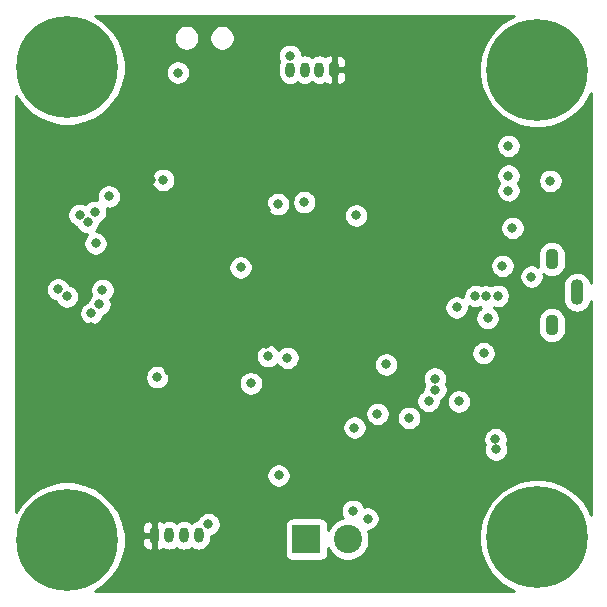
<source format=gbr>
%TF.GenerationSoftware,KiCad,Pcbnew,(5.1.10-1-10_14)*%
%TF.CreationDate,2022-04-25T19:01:15+02:00*%
%TF.ProjectId,STM32_USB_BuckConvertor,53544d33-325f-4555-9342-5f4275636b43,rev?*%
%TF.SameCoordinates,Original*%
%TF.FileFunction,Copper,L3,Inr*%
%TF.FilePolarity,Positive*%
%FSLAX46Y46*%
G04 Gerber Fmt 4.6, Leading zero omitted, Abs format (unit mm)*
G04 Created by KiCad (PCBNEW (5.1.10-1-10_14)) date 2022-04-25 19:01:15*
%MOMM*%
%LPD*%
G01*
G04 APERTURE LIST*
%TA.AperFunction,ComponentPad*%
%ADD10C,0.900000*%
%TD*%
%TA.AperFunction,ComponentPad*%
%ADD11C,8.600000*%
%TD*%
%TA.AperFunction,ComponentPad*%
%ADD12C,2.400000*%
%TD*%
%TA.AperFunction,ComponentPad*%
%ADD13R,2.400000X2.400000*%
%TD*%
%TA.AperFunction,ComponentPad*%
%ADD14O,0.800000X1.300000*%
%TD*%
%TA.AperFunction,ComponentPad*%
%ADD15O,1.100000X2.200000*%
%TD*%
%TA.AperFunction,ComponentPad*%
%ADD16O,1.100000X1.800000*%
%TD*%
%TA.AperFunction,ViaPad*%
%ADD17C,0.800000*%
%TD*%
%TA.AperFunction,Conductor*%
%ADD18C,0.254000*%
%TD*%
%TA.AperFunction,Conductor*%
%ADD19C,0.100000*%
%TD*%
G04 APERTURE END LIST*
D10*
%TO.N,GND*%
%TO.C,H1*%
X77080419Y-62519581D03*
X74800000Y-61575000D03*
X72519581Y-62519581D03*
X71575000Y-64800000D03*
X72519581Y-67080419D03*
X74800000Y-68025000D03*
X77080419Y-67080419D03*
X78025000Y-64800000D03*
D11*
X74800000Y-64800000D03*
%TD*%
D10*
%TO.N,GND*%
%TO.C,H2*%
X37280419Y-62719581D03*
X35000000Y-61775000D03*
X32719581Y-62719581D03*
X31775000Y-65000000D03*
X32719581Y-67280419D03*
X35000000Y-68225000D03*
X37280419Y-67280419D03*
X38225000Y-65000000D03*
D11*
X35000000Y-65000000D03*
%TD*%
D10*
%TO.N,GND*%
%TO.C,H3*%
X77080419Y-22919581D03*
X74800000Y-21975000D03*
X72519581Y-22919581D03*
X71575000Y-25200000D03*
X72519581Y-27480419D03*
X74800000Y-28425000D03*
X77080419Y-27480419D03*
X78025000Y-25200000D03*
D11*
X74800000Y-25200000D03*
%TD*%
D10*
%TO.N,GND*%
%TO.C,H4*%
X37280419Y-22719581D03*
X35000000Y-21775000D03*
X32719581Y-22719581D03*
X31775000Y-25000000D03*
X32719581Y-27280419D03*
X35000000Y-28225000D03*
X37280419Y-27280419D03*
X38225000Y-25000000D03*
D11*
X35000000Y-25000000D03*
%TD*%
D12*
%TO.N,GND*%
%TO.C,J1*%
X58750000Y-64950000D03*
D13*
%TO.N,+12V*%
X55250000Y-64950000D03*
%TD*%
D14*
%TO.N,GND*%
%TO.C,J2*%
X53850000Y-25190000D03*
%TO.N,I2C_SDA*%
X55100000Y-25190000D03*
%TO.N,I2C_SCL*%
X56350000Y-25190000D03*
%TO.N,+3V3*%
%TA.AperFunction,ComponentPad*%
G36*
G01*
X58000000Y-24740000D02*
X58000000Y-25640000D01*
G75*
G02*
X57800000Y-25840000I-200000J0D01*
G01*
X57400000Y-25840000D01*
G75*
G02*
X57200000Y-25640000I0J200000D01*
G01*
X57200000Y-24740000D01*
G75*
G02*
X57400000Y-24540000I200000J0D01*
G01*
X57800000Y-24540000D01*
G75*
G02*
X58000000Y-24740000I0J-200000D01*
G01*
G37*
%TD.AperFunction*%
%TD*%
%TO.N,GND*%
%TO.C,J3*%
X46125000Y-64625000D03*
%TO.N,USART3_RX*%
X44875000Y-64625000D03*
%TO.N,USART3_TX*%
X43625000Y-64625000D03*
%TO.N,+3V3*%
%TA.AperFunction,ComponentPad*%
G36*
G01*
X41975000Y-65075000D02*
X41975000Y-64175000D01*
G75*
G02*
X42175000Y-63975000I200000J0D01*
G01*
X42575000Y-63975000D01*
G75*
G02*
X42775000Y-64175000I0J-200000D01*
G01*
X42775000Y-65075000D01*
G75*
G02*
X42575000Y-65275000I-200000J0D01*
G01*
X42175000Y-65275000D01*
G75*
G02*
X41975000Y-65075000I0J200000D01*
G01*
G37*
%TD.AperFunction*%
%TD*%
D15*
%TO.N,Net-(J5-Pad6)*%
%TO.C,J5*%
X78175000Y-44030000D03*
D16*
X76025000Y-41230000D03*
X76025000Y-46830000D03*
%TD*%
D17*
%TO.N,GND*%
X74300000Y-42725000D03*
X53640000Y-49600000D03*
X52000000Y-49450000D03*
X50550000Y-51750000D03*
X42625000Y-51225000D03*
X37050000Y-45810000D03*
X37720000Y-45070000D03*
X37980000Y-43850000D03*
X37340000Y-37230000D03*
X38520000Y-35930000D03*
X43130000Y-34530000D03*
X52840000Y-36575000D03*
X55070000Y-36420000D03*
X72360000Y-31640000D03*
X72350000Y-34160000D03*
X72360000Y-35440000D03*
X71300000Y-57350000D03*
X65600000Y-53250000D03*
X66170000Y-52290000D03*
X70250000Y-49200000D03*
X61270000Y-54340000D03*
X59310000Y-55500000D03*
X52900000Y-59550000D03*
X46950000Y-63670000D03*
X53850000Y-24030000D03*
X44370000Y-25450000D03*
X34975000Y-44400000D03*
X34225000Y-43800000D03*
X37400000Y-39900000D03*
X36050000Y-37500000D03*
X36725000Y-38100000D03*
X71250000Y-56475000D03*
X66125000Y-51350000D03*
X68150000Y-53275000D03*
X71850000Y-41800000D03*
X71450000Y-44350000D03*
X63950000Y-54675000D03*
X62000000Y-50150000D03*
X59175000Y-62550000D03*
X60425000Y-63200000D03*
%TO.N,+3V3*%
X40210000Y-35380000D03*
X42130000Y-34540000D03*
X63425000Y-50175000D03*
X57600000Y-23825000D03*
X48930000Y-25460000D03*
X71310000Y-50590000D03*
X71440000Y-53970000D03*
X77070000Y-52850000D03*
X76400000Y-51630000D03*
X74290000Y-54620000D03*
X75930000Y-54730000D03*
X65350000Y-49450000D03*
X51860000Y-37060000D03*
X37710000Y-47650000D03*
X37000000Y-47020000D03*
X43620000Y-50750000D03*
X51800000Y-48460000D03*
X72360000Y-36750000D03*
X71400000Y-54830000D03*
X70430000Y-50570000D03*
X75390000Y-51630000D03*
X41060000Y-36830000D03*
X45310000Y-33330000D03*
X49020000Y-34110000D03*
X42350000Y-63350000D03*
%TO.N,+5V*%
X67960000Y-45322712D03*
X69554081Y-44365919D03*
X70595656Y-46235002D03*
X70450611Y-44384998D03*
%TO.N,SWO*%
X72691929Y-38599990D03*
X75900000Y-34610000D03*
%TO.N,NRST*%
X49680000Y-41930000D03*
X59460000Y-37530000D03*
%TD*%
D18*
%TO.N,+3V3*%
X72462401Y-20826660D02*
X71654121Y-21366735D01*
X70966735Y-22054121D01*
X70426660Y-22862401D01*
X70054650Y-23760514D01*
X69865000Y-24713945D01*
X69865000Y-25686055D01*
X70054650Y-26639486D01*
X70426660Y-27537599D01*
X70966735Y-28345879D01*
X71654121Y-29033265D01*
X72462401Y-29573340D01*
X73360514Y-29945350D01*
X74313945Y-30135000D01*
X75286055Y-30135000D01*
X76239486Y-29945350D01*
X77137599Y-29573340D01*
X77945879Y-29033265D01*
X78633265Y-28345879D01*
X79173340Y-27537599D01*
X79340000Y-27135245D01*
X79340000Y-43238296D01*
X79275094Y-43024326D01*
X79165058Y-42818464D01*
X79016975Y-42638025D01*
X78836535Y-42489942D01*
X78630673Y-42379906D01*
X78407299Y-42312147D01*
X78175000Y-42289267D01*
X77942700Y-42312147D01*
X77719326Y-42379906D01*
X77513464Y-42489942D01*
X77333025Y-42638025D01*
X77184942Y-42818465D01*
X77074906Y-43024327D01*
X77007147Y-43247701D01*
X76990000Y-43421794D01*
X76990000Y-44638207D01*
X77007147Y-44812300D01*
X77074906Y-45035674D01*
X77184943Y-45241536D01*
X77333026Y-45421975D01*
X77513465Y-45570058D01*
X77719327Y-45680094D01*
X77942701Y-45747853D01*
X78175000Y-45770733D01*
X78407300Y-45747853D01*
X78630674Y-45680094D01*
X78836536Y-45570058D01*
X79016975Y-45421975D01*
X79165058Y-45241536D01*
X79275094Y-45035674D01*
X79340000Y-44821704D01*
X79340001Y-62864757D01*
X79173340Y-62462401D01*
X78633265Y-61654121D01*
X77945879Y-60966735D01*
X77137599Y-60426660D01*
X76239486Y-60054650D01*
X75286055Y-59865000D01*
X74313945Y-59865000D01*
X73360514Y-60054650D01*
X72462401Y-60426660D01*
X71654121Y-60966735D01*
X70966735Y-61654121D01*
X70426660Y-62462401D01*
X70054650Y-63360514D01*
X69865000Y-64313945D01*
X69865000Y-65286055D01*
X70054650Y-66239486D01*
X70426660Y-67137599D01*
X70966735Y-67945879D01*
X71654121Y-68633265D01*
X72462401Y-69173340D01*
X72864754Y-69340000D01*
X37387496Y-69340000D01*
X38145879Y-68833265D01*
X38833265Y-68145879D01*
X39373340Y-67337599D01*
X39745350Y-66439486D01*
X39935000Y-65486055D01*
X39935000Y-65275000D01*
X41336928Y-65275000D01*
X41349188Y-65399482D01*
X41385498Y-65519180D01*
X41444463Y-65629494D01*
X41523815Y-65726185D01*
X41620506Y-65805537D01*
X41730820Y-65864502D01*
X41850518Y-65900812D01*
X41975000Y-65913072D01*
X42089250Y-65910000D01*
X42248000Y-65751250D01*
X42248000Y-64752000D01*
X41498750Y-64752000D01*
X41340000Y-64910750D01*
X41336928Y-65275000D01*
X39935000Y-65275000D01*
X39935000Y-64513945D01*
X39827797Y-63975000D01*
X41336928Y-63975000D01*
X41340000Y-64339250D01*
X41498750Y-64498000D01*
X42248000Y-64498000D01*
X42248000Y-63498750D01*
X42502000Y-63498750D01*
X42502000Y-64498000D01*
X42522000Y-64498000D01*
X42522000Y-64752000D01*
X42502000Y-64752000D01*
X42502000Y-65751250D01*
X42660750Y-65910000D01*
X42775000Y-65913072D01*
X42899482Y-65900812D01*
X43019180Y-65864502D01*
X43129494Y-65805537D01*
X43145594Y-65792324D01*
X43227008Y-65835841D01*
X43422106Y-65895024D01*
X43625000Y-65915007D01*
X43827895Y-65895024D01*
X44022993Y-65835841D01*
X44202797Y-65739734D01*
X44250001Y-65700995D01*
X44297204Y-65739734D01*
X44477008Y-65835841D01*
X44672106Y-65895024D01*
X44875000Y-65915007D01*
X45077895Y-65895024D01*
X45272993Y-65835841D01*
X45452797Y-65739734D01*
X45500001Y-65700995D01*
X45547204Y-65739734D01*
X45727008Y-65835841D01*
X45922106Y-65895024D01*
X46125000Y-65915007D01*
X46327895Y-65895024D01*
X46522993Y-65835841D01*
X46702797Y-65739734D01*
X46860396Y-65610396D01*
X46989734Y-65452797D01*
X47085841Y-65272992D01*
X47145024Y-65077894D01*
X47160000Y-64925837D01*
X47160000Y-64683506D01*
X47251898Y-64665226D01*
X47440256Y-64587205D01*
X47609774Y-64473937D01*
X47753937Y-64329774D01*
X47867205Y-64160256D01*
X47945226Y-63971898D01*
X47985000Y-63771939D01*
X47985000Y-63750000D01*
X53411928Y-63750000D01*
X53411928Y-66150000D01*
X53424188Y-66274482D01*
X53460498Y-66394180D01*
X53519463Y-66504494D01*
X53598815Y-66601185D01*
X53695506Y-66680537D01*
X53805820Y-66739502D01*
X53925518Y-66775812D01*
X54050000Y-66788072D01*
X56450000Y-66788072D01*
X56574482Y-66775812D01*
X56694180Y-66739502D01*
X56804494Y-66680537D01*
X56901185Y-66601185D01*
X56980537Y-66504494D01*
X57039502Y-66394180D01*
X57075812Y-66274482D01*
X57088072Y-66150000D01*
X57088072Y-65732838D01*
X57123844Y-65819199D01*
X57324662Y-66119744D01*
X57580256Y-66375338D01*
X57880801Y-66576156D01*
X58214750Y-66714482D01*
X58569268Y-66785000D01*
X58930732Y-66785000D01*
X59285250Y-66714482D01*
X59619199Y-66576156D01*
X59919744Y-66375338D01*
X60175338Y-66119744D01*
X60376156Y-65819199D01*
X60514482Y-65485250D01*
X60585000Y-65130732D01*
X60585000Y-64769268D01*
X60514482Y-64414750D01*
X60440027Y-64235000D01*
X60526939Y-64235000D01*
X60726898Y-64195226D01*
X60915256Y-64117205D01*
X61084774Y-64003937D01*
X61228937Y-63859774D01*
X61342205Y-63690256D01*
X61420226Y-63501898D01*
X61460000Y-63301939D01*
X61460000Y-63098061D01*
X61420226Y-62898102D01*
X61342205Y-62709744D01*
X61228937Y-62540226D01*
X61084774Y-62396063D01*
X60915256Y-62282795D01*
X60726898Y-62204774D01*
X60526939Y-62165000D01*
X60323061Y-62165000D01*
X60150058Y-62199412D01*
X60092205Y-62059744D01*
X59978937Y-61890226D01*
X59834774Y-61746063D01*
X59665256Y-61632795D01*
X59476898Y-61554774D01*
X59276939Y-61515000D01*
X59073061Y-61515000D01*
X58873102Y-61554774D01*
X58684744Y-61632795D01*
X58515226Y-61746063D01*
X58371063Y-61890226D01*
X58257795Y-62059744D01*
X58179774Y-62248102D01*
X58140000Y-62448061D01*
X58140000Y-62651939D01*
X58179774Y-62851898D01*
X58257795Y-63040256D01*
X58338419Y-63160919D01*
X58214750Y-63185518D01*
X57880801Y-63323844D01*
X57580256Y-63524662D01*
X57324662Y-63780256D01*
X57123844Y-64080801D01*
X57088072Y-64167162D01*
X57088072Y-63750000D01*
X57075812Y-63625518D01*
X57039502Y-63505820D01*
X56980537Y-63395506D01*
X56901185Y-63298815D01*
X56804494Y-63219463D01*
X56694180Y-63160498D01*
X56574482Y-63124188D01*
X56450000Y-63111928D01*
X54050000Y-63111928D01*
X53925518Y-63124188D01*
X53805820Y-63160498D01*
X53695506Y-63219463D01*
X53598815Y-63298815D01*
X53519463Y-63395506D01*
X53460498Y-63505820D01*
X53424188Y-63625518D01*
X53411928Y-63750000D01*
X47985000Y-63750000D01*
X47985000Y-63568061D01*
X47945226Y-63368102D01*
X47867205Y-63179744D01*
X47753937Y-63010226D01*
X47609774Y-62866063D01*
X47440256Y-62752795D01*
X47251898Y-62674774D01*
X47051939Y-62635000D01*
X46848061Y-62635000D01*
X46648102Y-62674774D01*
X46459744Y-62752795D01*
X46290226Y-62866063D01*
X46146063Y-63010226D01*
X46032795Y-63179744D01*
X45961832Y-63351063D01*
X45922105Y-63354976D01*
X45727007Y-63414159D01*
X45547203Y-63510266D01*
X45500000Y-63549004D01*
X45452797Y-63510266D01*
X45272992Y-63414159D01*
X45077894Y-63354976D01*
X44875000Y-63334993D01*
X44672105Y-63354976D01*
X44477007Y-63414159D01*
X44297203Y-63510266D01*
X44250000Y-63549004D01*
X44202797Y-63510266D01*
X44022992Y-63414159D01*
X43827894Y-63354976D01*
X43625000Y-63334993D01*
X43422105Y-63354976D01*
X43227007Y-63414159D01*
X43145593Y-63457675D01*
X43129494Y-63444463D01*
X43019180Y-63385498D01*
X42899482Y-63349188D01*
X42775000Y-63336928D01*
X42660750Y-63340000D01*
X42502000Y-63498750D01*
X42248000Y-63498750D01*
X42089250Y-63340000D01*
X41975000Y-63336928D01*
X41850518Y-63349188D01*
X41730820Y-63385498D01*
X41620506Y-63444463D01*
X41523815Y-63523815D01*
X41444463Y-63620506D01*
X41385498Y-63730820D01*
X41349188Y-63850518D01*
X41336928Y-63975000D01*
X39827797Y-63975000D01*
X39745350Y-63560514D01*
X39373340Y-62662401D01*
X38833265Y-61854121D01*
X38145879Y-61166735D01*
X37337599Y-60626660D01*
X36439486Y-60254650D01*
X35486055Y-60065000D01*
X34513945Y-60065000D01*
X33560514Y-60254650D01*
X32662401Y-60626660D01*
X31854121Y-61166735D01*
X31166735Y-61854121D01*
X30660000Y-62612504D01*
X30660000Y-59448061D01*
X51865000Y-59448061D01*
X51865000Y-59651939D01*
X51904774Y-59851898D01*
X51982795Y-60040256D01*
X52096063Y-60209774D01*
X52240226Y-60353937D01*
X52409744Y-60467205D01*
X52598102Y-60545226D01*
X52798061Y-60585000D01*
X53001939Y-60585000D01*
X53201898Y-60545226D01*
X53390256Y-60467205D01*
X53559774Y-60353937D01*
X53703937Y-60209774D01*
X53817205Y-60040256D01*
X53895226Y-59851898D01*
X53935000Y-59651939D01*
X53935000Y-59448061D01*
X53895226Y-59248102D01*
X53817205Y-59059744D01*
X53703937Y-58890226D01*
X53559774Y-58746063D01*
X53390256Y-58632795D01*
X53201898Y-58554774D01*
X53001939Y-58515000D01*
X52798061Y-58515000D01*
X52598102Y-58554774D01*
X52409744Y-58632795D01*
X52240226Y-58746063D01*
X52096063Y-58890226D01*
X51982795Y-59059744D01*
X51904774Y-59248102D01*
X51865000Y-59448061D01*
X30660000Y-59448061D01*
X30660000Y-55398061D01*
X58275000Y-55398061D01*
X58275000Y-55601939D01*
X58314774Y-55801898D01*
X58392795Y-55990256D01*
X58506063Y-56159774D01*
X58650226Y-56303937D01*
X58819744Y-56417205D01*
X59008102Y-56495226D01*
X59208061Y-56535000D01*
X59411939Y-56535000D01*
X59611898Y-56495226D01*
X59800256Y-56417205D01*
X59866322Y-56373061D01*
X70215000Y-56373061D01*
X70215000Y-56576939D01*
X70254774Y-56776898D01*
X70332795Y-56965256D01*
X70336681Y-56971072D01*
X70304774Y-57048102D01*
X70265000Y-57248061D01*
X70265000Y-57451939D01*
X70304774Y-57651898D01*
X70382795Y-57840256D01*
X70496063Y-58009774D01*
X70640226Y-58153937D01*
X70809744Y-58267205D01*
X70998102Y-58345226D01*
X71198061Y-58385000D01*
X71401939Y-58385000D01*
X71601898Y-58345226D01*
X71790256Y-58267205D01*
X71959774Y-58153937D01*
X72103937Y-58009774D01*
X72217205Y-57840256D01*
X72295226Y-57651898D01*
X72335000Y-57451939D01*
X72335000Y-57248061D01*
X72295226Y-57048102D01*
X72217205Y-56859744D01*
X72213319Y-56853928D01*
X72245226Y-56776898D01*
X72285000Y-56576939D01*
X72285000Y-56373061D01*
X72245226Y-56173102D01*
X72167205Y-55984744D01*
X72053937Y-55815226D01*
X71909774Y-55671063D01*
X71740256Y-55557795D01*
X71551898Y-55479774D01*
X71351939Y-55440000D01*
X71148061Y-55440000D01*
X70948102Y-55479774D01*
X70759744Y-55557795D01*
X70590226Y-55671063D01*
X70446063Y-55815226D01*
X70332795Y-55984744D01*
X70254774Y-56173102D01*
X70215000Y-56373061D01*
X59866322Y-56373061D01*
X59969774Y-56303937D01*
X60113937Y-56159774D01*
X60227205Y-55990256D01*
X60305226Y-55801898D01*
X60345000Y-55601939D01*
X60345000Y-55398061D01*
X60305226Y-55198102D01*
X60227205Y-55009744D01*
X60113937Y-54840226D01*
X59969774Y-54696063D01*
X59800256Y-54582795D01*
X59611898Y-54504774D01*
X59411939Y-54465000D01*
X59208061Y-54465000D01*
X59008102Y-54504774D01*
X58819744Y-54582795D01*
X58650226Y-54696063D01*
X58506063Y-54840226D01*
X58392795Y-55009744D01*
X58314774Y-55198102D01*
X58275000Y-55398061D01*
X30660000Y-55398061D01*
X30660000Y-54238061D01*
X60235000Y-54238061D01*
X60235000Y-54441939D01*
X60274774Y-54641898D01*
X60352795Y-54830256D01*
X60466063Y-54999774D01*
X60610226Y-55143937D01*
X60779744Y-55257205D01*
X60968102Y-55335226D01*
X61168061Y-55375000D01*
X61371939Y-55375000D01*
X61571898Y-55335226D01*
X61760256Y-55257205D01*
X61929774Y-55143937D01*
X62073937Y-54999774D01*
X62187205Y-54830256D01*
X62265226Y-54641898D01*
X62278918Y-54573061D01*
X62915000Y-54573061D01*
X62915000Y-54776939D01*
X62954774Y-54976898D01*
X63032795Y-55165256D01*
X63146063Y-55334774D01*
X63290226Y-55478937D01*
X63459744Y-55592205D01*
X63648102Y-55670226D01*
X63848061Y-55710000D01*
X64051939Y-55710000D01*
X64251898Y-55670226D01*
X64440256Y-55592205D01*
X64609774Y-55478937D01*
X64753937Y-55334774D01*
X64867205Y-55165256D01*
X64945226Y-54976898D01*
X64985000Y-54776939D01*
X64985000Y-54573061D01*
X64945226Y-54373102D01*
X64867205Y-54184744D01*
X64753937Y-54015226D01*
X64609774Y-53871063D01*
X64440256Y-53757795D01*
X64251898Y-53679774D01*
X64051939Y-53640000D01*
X63848061Y-53640000D01*
X63648102Y-53679774D01*
X63459744Y-53757795D01*
X63290226Y-53871063D01*
X63146063Y-54015226D01*
X63032795Y-54184744D01*
X62954774Y-54373102D01*
X62915000Y-54573061D01*
X62278918Y-54573061D01*
X62305000Y-54441939D01*
X62305000Y-54238061D01*
X62265226Y-54038102D01*
X62187205Y-53849744D01*
X62073937Y-53680226D01*
X61929774Y-53536063D01*
X61760256Y-53422795D01*
X61571898Y-53344774D01*
X61371939Y-53305000D01*
X61168061Y-53305000D01*
X60968102Y-53344774D01*
X60779744Y-53422795D01*
X60610226Y-53536063D01*
X60466063Y-53680226D01*
X60352795Y-53849744D01*
X60274774Y-54038102D01*
X60235000Y-54238061D01*
X30660000Y-54238061D01*
X30660000Y-53148061D01*
X64565000Y-53148061D01*
X64565000Y-53351939D01*
X64604774Y-53551898D01*
X64682795Y-53740256D01*
X64796063Y-53909774D01*
X64940226Y-54053937D01*
X65109744Y-54167205D01*
X65298102Y-54245226D01*
X65498061Y-54285000D01*
X65701939Y-54285000D01*
X65901898Y-54245226D01*
X66090256Y-54167205D01*
X66259774Y-54053937D01*
X66403937Y-53909774D01*
X66517205Y-53740256D01*
X66595226Y-53551898D01*
X66635000Y-53351939D01*
X66635000Y-53217666D01*
X66660256Y-53207205D01*
X66711356Y-53173061D01*
X67115000Y-53173061D01*
X67115000Y-53376939D01*
X67154774Y-53576898D01*
X67232795Y-53765256D01*
X67346063Y-53934774D01*
X67490226Y-54078937D01*
X67659744Y-54192205D01*
X67848102Y-54270226D01*
X68048061Y-54310000D01*
X68251939Y-54310000D01*
X68451898Y-54270226D01*
X68640256Y-54192205D01*
X68809774Y-54078937D01*
X68953937Y-53934774D01*
X69067205Y-53765256D01*
X69145226Y-53576898D01*
X69185000Y-53376939D01*
X69185000Y-53173061D01*
X69145226Y-52973102D01*
X69067205Y-52784744D01*
X68953937Y-52615226D01*
X68809774Y-52471063D01*
X68640256Y-52357795D01*
X68451898Y-52279774D01*
X68251939Y-52240000D01*
X68048061Y-52240000D01*
X67848102Y-52279774D01*
X67659744Y-52357795D01*
X67490226Y-52471063D01*
X67346063Y-52615226D01*
X67232795Y-52784744D01*
X67154774Y-52973102D01*
X67115000Y-53173061D01*
X66711356Y-53173061D01*
X66829774Y-53093937D01*
X66973937Y-52949774D01*
X67087205Y-52780256D01*
X67165226Y-52591898D01*
X67205000Y-52391939D01*
X67205000Y-52188061D01*
X67165226Y-51988102D01*
X67087205Y-51799744D01*
X67069785Y-51773673D01*
X67120226Y-51651898D01*
X67160000Y-51451939D01*
X67160000Y-51248061D01*
X67120226Y-51048102D01*
X67042205Y-50859744D01*
X66928937Y-50690226D01*
X66784774Y-50546063D01*
X66615256Y-50432795D01*
X66426898Y-50354774D01*
X66226939Y-50315000D01*
X66023061Y-50315000D01*
X65823102Y-50354774D01*
X65634744Y-50432795D01*
X65465226Y-50546063D01*
X65321063Y-50690226D01*
X65207795Y-50859744D01*
X65129774Y-51048102D01*
X65090000Y-51248061D01*
X65090000Y-51451939D01*
X65129774Y-51651898D01*
X65207795Y-51840256D01*
X65225215Y-51866327D01*
X65174774Y-51988102D01*
X65135000Y-52188061D01*
X65135000Y-52322334D01*
X65109744Y-52332795D01*
X64940226Y-52446063D01*
X64796063Y-52590226D01*
X64682795Y-52759744D01*
X64604774Y-52948102D01*
X64565000Y-53148061D01*
X30660000Y-53148061D01*
X30660000Y-51123061D01*
X41590000Y-51123061D01*
X41590000Y-51326939D01*
X41629774Y-51526898D01*
X41707795Y-51715256D01*
X41821063Y-51884774D01*
X41965226Y-52028937D01*
X42134744Y-52142205D01*
X42323102Y-52220226D01*
X42523061Y-52260000D01*
X42726939Y-52260000D01*
X42926898Y-52220226D01*
X43115256Y-52142205D01*
X43284774Y-52028937D01*
X43428937Y-51884774D01*
X43542205Y-51715256D01*
X43570038Y-51648061D01*
X49515000Y-51648061D01*
X49515000Y-51851939D01*
X49554774Y-52051898D01*
X49632795Y-52240256D01*
X49746063Y-52409774D01*
X49890226Y-52553937D01*
X50059744Y-52667205D01*
X50248102Y-52745226D01*
X50448061Y-52785000D01*
X50651939Y-52785000D01*
X50851898Y-52745226D01*
X51040256Y-52667205D01*
X51209774Y-52553937D01*
X51353937Y-52409774D01*
X51467205Y-52240256D01*
X51545226Y-52051898D01*
X51585000Y-51851939D01*
X51585000Y-51648061D01*
X51545226Y-51448102D01*
X51467205Y-51259744D01*
X51353937Y-51090226D01*
X51209774Y-50946063D01*
X51040256Y-50832795D01*
X50851898Y-50754774D01*
X50651939Y-50715000D01*
X50448061Y-50715000D01*
X50248102Y-50754774D01*
X50059744Y-50832795D01*
X49890226Y-50946063D01*
X49746063Y-51090226D01*
X49632795Y-51259744D01*
X49554774Y-51448102D01*
X49515000Y-51648061D01*
X43570038Y-51648061D01*
X43620226Y-51526898D01*
X43660000Y-51326939D01*
X43660000Y-51123061D01*
X43620226Y-50923102D01*
X43542205Y-50734744D01*
X43428937Y-50565226D01*
X43284774Y-50421063D01*
X43115256Y-50307795D01*
X42926898Y-50229774D01*
X42726939Y-50190000D01*
X42523061Y-50190000D01*
X42323102Y-50229774D01*
X42134744Y-50307795D01*
X41965226Y-50421063D01*
X41821063Y-50565226D01*
X41707795Y-50734744D01*
X41629774Y-50923102D01*
X41590000Y-51123061D01*
X30660000Y-51123061D01*
X30660000Y-49348061D01*
X50965000Y-49348061D01*
X50965000Y-49551939D01*
X51004774Y-49751898D01*
X51082795Y-49940256D01*
X51196063Y-50109774D01*
X51340226Y-50253937D01*
X51509744Y-50367205D01*
X51698102Y-50445226D01*
X51898061Y-50485000D01*
X52101939Y-50485000D01*
X52301898Y-50445226D01*
X52490256Y-50367205D01*
X52659774Y-50253937D01*
X52763114Y-50150597D01*
X52836063Y-50259774D01*
X52980226Y-50403937D01*
X53149744Y-50517205D01*
X53338102Y-50595226D01*
X53538061Y-50635000D01*
X53741939Y-50635000D01*
X53941898Y-50595226D01*
X54130256Y-50517205D01*
X54299774Y-50403937D01*
X54443937Y-50259774D01*
X54557205Y-50090256D01*
X54574682Y-50048061D01*
X60965000Y-50048061D01*
X60965000Y-50251939D01*
X61004774Y-50451898D01*
X61082795Y-50640256D01*
X61196063Y-50809774D01*
X61340226Y-50953937D01*
X61509744Y-51067205D01*
X61698102Y-51145226D01*
X61898061Y-51185000D01*
X62101939Y-51185000D01*
X62301898Y-51145226D01*
X62490256Y-51067205D01*
X62659774Y-50953937D01*
X62803937Y-50809774D01*
X62917205Y-50640256D01*
X62995226Y-50451898D01*
X63035000Y-50251939D01*
X63035000Y-50048061D01*
X62995226Y-49848102D01*
X62917205Y-49659744D01*
X62803937Y-49490226D01*
X62659774Y-49346063D01*
X62490256Y-49232795D01*
X62301898Y-49154774D01*
X62101939Y-49115000D01*
X61898061Y-49115000D01*
X61698102Y-49154774D01*
X61509744Y-49232795D01*
X61340226Y-49346063D01*
X61196063Y-49490226D01*
X61082795Y-49659744D01*
X61004774Y-49848102D01*
X60965000Y-50048061D01*
X54574682Y-50048061D01*
X54635226Y-49901898D01*
X54675000Y-49701939D01*
X54675000Y-49498061D01*
X54635226Y-49298102D01*
X54557205Y-49109744D01*
X54549399Y-49098061D01*
X69215000Y-49098061D01*
X69215000Y-49301939D01*
X69254774Y-49501898D01*
X69332795Y-49690256D01*
X69446063Y-49859774D01*
X69590226Y-50003937D01*
X69759744Y-50117205D01*
X69948102Y-50195226D01*
X70148061Y-50235000D01*
X70351939Y-50235000D01*
X70551898Y-50195226D01*
X70740256Y-50117205D01*
X70909774Y-50003937D01*
X71053937Y-49859774D01*
X71167205Y-49690256D01*
X71245226Y-49501898D01*
X71285000Y-49301939D01*
X71285000Y-49098061D01*
X71245226Y-48898102D01*
X71167205Y-48709744D01*
X71053937Y-48540226D01*
X70909774Y-48396063D01*
X70740256Y-48282795D01*
X70551898Y-48204774D01*
X70351939Y-48165000D01*
X70148061Y-48165000D01*
X69948102Y-48204774D01*
X69759744Y-48282795D01*
X69590226Y-48396063D01*
X69446063Y-48540226D01*
X69332795Y-48709744D01*
X69254774Y-48898102D01*
X69215000Y-49098061D01*
X54549399Y-49098061D01*
X54443937Y-48940226D01*
X54299774Y-48796063D01*
X54130256Y-48682795D01*
X53941898Y-48604774D01*
X53741939Y-48565000D01*
X53538061Y-48565000D01*
X53338102Y-48604774D01*
X53149744Y-48682795D01*
X52980226Y-48796063D01*
X52876886Y-48899403D01*
X52803937Y-48790226D01*
X52659774Y-48646063D01*
X52490256Y-48532795D01*
X52301898Y-48454774D01*
X52101939Y-48415000D01*
X51898061Y-48415000D01*
X51698102Y-48454774D01*
X51509744Y-48532795D01*
X51340226Y-48646063D01*
X51196063Y-48790226D01*
X51082795Y-48959744D01*
X51004774Y-49148102D01*
X50965000Y-49348061D01*
X30660000Y-49348061D01*
X30660000Y-45708061D01*
X36015000Y-45708061D01*
X36015000Y-45911939D01*
X36054774Y-46111898D01*
X36132795Y-46300256D01*
X36246063Y-46469774D01*
X36390226Y-46613937D01*
X36559744Y-46727205D01*
X36748102Y-46805226D01*
X36948061Y-46845000D01*
X37151939Y-46845000D01*
X37351898Y-46805226D01*
X37540256Y-46727205D01*
X37709774Y-46613937D01*
X37853937Y-46469774D01*
X37967205Y-46300256D01*
X38045226Y-46111898D01*
X38057438Y-46050505D01*
X38210256Y-45987205D01*
X38379774Y-45873937D01*
X38523937Y-45729774D01*
X38637205Y-45560256D01*
X38715226Y-45371898D01*
X38745286Y-45220773D01*
X66925000Y-45220773D01*
X66925000Y-45424651D01*
X66964774Y-45624610D01*
X67042795Y-45812968D01*
X67156063Y-45982486D01*
X67300226Y-46126649D01*
X67469744Y-46239917D01*
X67658102Y-46317938D01*
X67858061Y-46357712D01*
X68061939Y-46357712D01*
X68261898Y-46317938D01*
X68450256Y-46239917D01*
X68619774Y-46126649D01*
X68763937Y-45982486D01*
X68877205Y-45812968D01*
X68955226Y-45624610D01*
X68995000Y-45424651D01*
X68995000Y-45237137D01*
X69063825Y-45283124D01*
X69252183Y-45361145D01*
X69452142Y-45400919D01*
X69656020Y-45400919D01*
X69855979Y-45361145D01*
X69979316Y-45310057D01*
X70064300Y-45345259D01*
X69935882Y-45431065D01*
X69791719Y-45575228D01*
X69678451Y-45744746D01*
X69600430Y-45933104D01*
X69560656Y-46133063D01*
X69560656Y-46336941D01*
X69600430Y-46536900D01*
X69678451Y-46725258D01*
X69791719Y-46894776D01*
X69935882Y-47038939D01*
X70105400Y-47152207D01*
X70293758Y-47230228D01*
X70493717Y-47270002D01*
X70697595Y-47270002D01*
X70897554Y-47230228D01*
X71085912Y-47152207D01*
X71255430Y-47038939D01*
X71399593Y-46894776D01*
X71512861Y-46725258D01*
X71590882Y-46536900D01*
X71613777Y-46421794D01*
X74840000Y-46421794D01*
X74840000Y-47238207D01*
X74857147Y-47412300D01*
X74924906Y-47635674D01*
X75034943Y-47841536D01*
X75183026Y-48021975D01*
X75363465Y-48170058D01*
X75569327Y-48280094D01*
X75792701Y-48347853D01*
X76025000Y-48370733D01*
X76257300Y-48347853D01*
X76480674Y-48280094D01*
X76686536Y-48170058D01*
X76866975Y-48021975D01*
X77015058Y-47841536D01*
X77125094Y-47635674D01*
X77192853Y-47412299D01*
X77210000Y-47238206D01*
X77210000Y-46421793D01*
X77192853Y-46247700D01*
X77125094Y-46024326D01*
X77015058Y-45818464D01*
X76866975Y-45638025D01*
X76686535Y-45489942D01*
X76480673Y-45379906D01*
X76257299Y-45312147D01*
X76025000Y-45289267D01*
X75792700Y-45312147D01*
X75569326Y-45379906D01*
X75363464Y-45489942D01*
X75183025Y-45638025D01*
X75034942Y-45818465D01*
X74924906Y-46024327D01*
X74857147Y-46247701D01*
X74840000Y-46421794D01*
X71613777Y-46421794D01*
X71630656Y-46336941D01*
X71630656Y-46133063D01*
X71590882Y-45933104D01*
X71512861Y-45744746D01*
X71399593Y-45575228D01*
X71255430Y-45431065D01*
X71092483Y-45322188D01*
X71148102Y-45345226D01*
X71348061Y-45385000D01*
X71551939Y-45385000D01*
X71751898Y-45345226D01*
X71940256Y-45267205D01*
X72109774Y-45153937D01*
X72253937Y-45009774D01*
X72367205Y-44840256D01*
X72445226Y-44651898D01*
X72485000Y-44451939D01*
X72485000Y-44248061D01*
X72445226Y-44048102D01*
X72367205Y-43859744D01*
X72253937Y-43690226D01*
X72109774Y-43546063D01*
X71940256Y-43432795D01*
X71751898Y-43354774D01*
X71551939Y-43315000D01*
X71348061Y-43315000D01*
X71148102Y-43354774D01*
X70959744Y-43432795D01*
X70920186Y-43459227D01*
X70752509Y-43389772D01*
X70552550Y-43349998D01*
X70348672Y-43349998D01*
X70148713Y-43389772D01*
X70025376Y-43440860D01*
X69855979Y-43370693D01*
X69656020Y-43330919D01*
X69452142Y-43330919D01*
X69252183Y-43370693D01*
X69063825Y-43448714D01*
X68894307Y-43561982D01*
X68750144Y-43706145D01*
X68636876Y-43875663D01*
X68558855Y-44064021D01*
X68519081Y-44263980D01*
X68519081Y-44451494D01*
X68450256Y-44405507D01*
X68261898Y-44327486D01*
X68061939Y-44287712D01*
X67858061Y-44287712D01*
X67658102Y-44327486D01*
X67469744Y-44405507D01*
X67300226Y-44518775D01*
X67156063Y-44662938D01*
X67042795Y-44832456D01*
X66964774Y-45020814D01*
X66925000Y-45220773D01*
X38745286Y-45220773D01*
X38755000Y-45171939D01*
X38755000Y-44968061D01*
X38715226Y-44768102D01*
X38659688Y-44634023D01*
X38783937Y-44509774D01*
X38897205Y-44340256D01*
X38975226Y-44151898D01*
X39015000Y-43951939D01*
X39015000Y-43748061D01*
X38975226Y-43548102D01*
X38897205Y-43359744D01*
X38783937Y-43190226D01*
X38639774Y-43046063D01*
X38470256Y-42932795D01*
X38281898Y-42854774D01*
X38081939Y-42815000D01*
X37878061Y-42815000D01*
X37678102Y-42854774D01*
X37489744Y-42932795D01*
X37320226Y-43046063D01*
X37176063Y-43190226D01*
X37062795Y-43359744D01*
X36984774Y-43548102D01*
X36945000Y-43748061D01*
X36945000Y-43951939D01*
X36984774Y-44151898D01*
X37040312Y-44285977D01*
X36916063Y-44410226D01*
X36802795Y-44579744D01*
X36724774Y-44768102D01*
X36712562Y-44829495D01*
X36559744Y-44892795D01*
X36390226Y-45006063D01*
X36246063Y-45150226D01*
X36132795Y-45319744D01*
X36054774Y-45508102D01*
X36015000Y-45708061D01*
X30660000Y-45708061D01*
X30660000Y-43698061D01*
X33190000Y-43698061D01*
X33190000Y-43901939D01*
X33229774Y-44101898D01*
X33307795Y-44290256D01*
X33421063Y-44459774D01*
X33565226Y-44603937D01*
X33734744Y-44717205D01*
X33923102Y-44795226D01*
X34026992Y-44815891D01*
X34057795Y-44890256D01*
X34171063Y-45059774D01*
X34315226Y-45203937D01*
X34484744Y-45317205D01*
X34673102Y-45395226D01*
X34873061Y-45435000D01*
X35076939Y-45435000D01*
X35276898Y-45395226D01*
X35465256Y-45317205D01*
X35634774Y-45203937D01*
X35778937Y-45059774D01*
X35892205Y-44890256D01*
X35970226Y-44701898D01*
X36010000Y-44501939D01*
X36010000Y-44298061D01*
X35970226Y-44098102D01*
X35892205Y-43909744D01*
X35778937Y-43740226D01*
X35634774Y-43596063D01*
X35465256Y-43482795D01*
X35276898Y-43404774D01*
X35173008Y-43384109D01*
X35142205Y-43309744D01*
X35028937Y-43140226D01*
X34884774Y-42996063D01*
X34715256Y-42882795D01*
X34526898Y-42804774D01*
X34326939Y-42765000D01*
X34123061Y-42765000D01*
X33923102Y-42804774D01*
X33734744Y-42882795D01*
X33565226Y-42996063D01*
X33421063Y-43140226D01*
X33307795Y-43309744D01*
X33229774Y-43498102D01*
X33190000Y-43698061D01*
X30660000Y-43698061D01*
X30660000Y-41828061D01*
X48645000Y-41828061D01*
X48645000Y-42031939D01*
X48684774Y-42231898D01*
X48762795Y-42420256D01*
X48876063Y-42589774D01*
X49020226Y-42733937D01*
X49189744Y-42847205D01*
X49378102Y-42925226D01*
X49578061Y-42965000D01*
X49781939Y-42965000D01*
X49981898Y-42925226D01*
X50170256Y-42847205D01*
X50339774Y-42733937D01*
X50483937Y-42589774D01*
X50597205Y-42420256D01*
X50675226Y-42231898D01*
X50715000Y-42031939D01*
X50715000Y-41828061D01*
X50689142Y-41698061D01*
X70815000Y-41698061D01*
X70815000Y-41901939D01*
X70854774Y-42101898D01*
X70932795Y-42290256D01*
X71046063Y-42459774D01*
X71190226Y-42603937D01*
X71359744Y-42717205D01*
X71548102Y-42795226D01*
X71748061Y-42835000D01*
X71951939Y-42835000D01*
X72151898Y-42795226D01*
X72340256Y-42717205D01*
X72481152Y-42623061D01*
X73265000Y-42623061D01*
X73265000Y-42826939D01*
X73304774Y-43026898D01*
X73382795Y-43215256D01*
X73496063Y-43384774D01*
X73640226Y-43528937D01*
X73809744Y-43642205D01*
X73998102Y-43720226D01*
X74198061Y-43760000D01*
X74401939Y-43760000D01*
X74601898Y-43720226D01*
X74790256Y-43642205D01*
X74959774Y-43528937D01*
X75103937Y-43384774D01*
X75217205Y-43215256D01*
X75295226Y-43026898D01*
X75335000Y-42826939D01*
X75335000Y-42623061D01*
X75316847Y-42531800D01*
X75363465Y-42570058D01*
X75569327Y-42680094D01*
X75792701Y-42747853D01*
X76025000Y-42770733D01*
X76257300Y-42747853D01*
X76480674Y-42680094D01*
X76686536Y-42570058D01*
X76866975Y-42421975D01*
X77015058Y-42241536D01*
X77125094Y-42035674D01*
X77192853Y-41812299D01*
X77210000Y-41638206D01*
X77210000Y-40821793D01*
X77192853Y-40647700D01*
X77125094Y-40424326D01*
X77015058Y-40218464D01*
X76866975Y-40038025D01*
X76686535Y-39889942D01*
X76480673Y-39779906D01*
X76257299Y-39712147D01*
X76025000Y-39689267D01*
X75792700Y-39712147D01*
X75569326Y-39779906D01*
X75363464Y-39889942D01*
X75183025Y-40038025D01*
X75034942Y-40218465D01*
X74924906Y-40424327D01*
X74857147Y-40647701D01*
X74840000Y-40821794D01*
X74840000Y-41638207D01*
X74857147Y-41812300D01*
X74872438Y-41862707D01*
X74790256Y-41807795D01*
X74601898Y-41729774D01*
X74401939Y-41690000D01*
X74198061Y-41690000D01*
X73998102Y-41729774D01*
X73809744Y-41807795D01*
X73640226Y-41921063D01*
X73496063Y-42065226D01*
X73382795Y-42234744D01*
X73304774Y-42423102D01*
X73265000Y-42623061D01*
X72481152Y-42623061D01*
X72509774Y-42603937D01*
X72653937Y-42459774D01*
X72767205Y-42290256D01*
X72845226Y-42101898D01*
X72885000Y-41901939D01*
X72885000Y-41698061D01*
X72845226Y-41498102D01*
X72767205Y-41309744D01*
X72653937Y-41140226D01*
X72509774Y-40996063D01*
X72340256Y-40882795D01*
X72151898Y-40804774D01*
X71951939Y-40765000D01*
X71748061Y-40765000D01*
X71548102Y-40804774D01*
X71359744Y-40882795D01*
X71190226Y-40996063D01*
X71046063Y-41140226D01*
X70932795Y-41309744D01*
X70854774Y-41498102D01*
X70815000Y-41698061D01*
X50689142Y-41698061D01*
X50675226Y-41628102D01*
X50597205Y-41439744D01*
X50483937Y-41270226D01*
X50339774Y-41126063D01*
X50170256Y-41012795D01*
X49981898Y-40934774D01*
X49781939Y-40895000D01*
X49578061Y-40895000D01*
X49378102Y-40934774D01*
X49189744Y-41012795D01*
X49020226Y-41126063D01*
X48876063Y-41270226D01*
X48762795Y-41439744D01*
X48684774Y-41628102D01*
X48645000Y-41828061D01*
X30660000Y-41828061D01*
X30660000Y-37398061D01*
X35015000Y-37398061D01*
X35015000Y-37601939D01*
X35054774Y-37801898D01*
X35132795Y-37990256D01*
X35246063Y-38159774D01*
X35390226Y-38303937D01*
X35559744Y-38417205D01*
X35748102Y-38495226D01*
X35770257Y-38499633D01*
X35807795Y-38590256D01*
X35921063Y-38759774D01*
X36065226Y-38903937D01*
X36234744Y-39017205D01*
X36423102Y-39095226D01*
X36623061Y-39135000D01*
X36701289Y-39135000D01*
X36596063Y-39240226D01*
X36482795Y-39409744D01*
X36404774Y-39598102D01*
X36365000Y-39798061D01*
X36365000Y-40001939D01*
X36404774Y-40201898D01*
X36482795Y-40390256D01*
X36596063Y-40559774D01*
X36740226Y-40703937D01*
X36909744Y-40817205D01*
X37098102Y-40895226D01*
X37298061Y-40935000D01*
X37501939Y-40935000D01*
X37701898Y-40895226D01*
X37890256Y-40817205D01*
X38059774Y-40703937D01*
X38203937Y-40559774D01*
X38317205Y-40390256D01*
X38395226Y-40201898D01*
X38435000Y-40001939D01*
X38435000Y-39798061D01*
X38395226Y-39598102D01*
X38317205Y-39409744D01*
X38203937Y-39240226D01*
X38059774Y-39096063D01*
X37890256Y-38982795D01*
X37701898Y-38904774D01*
X37501939Y-38865000D01*
X37423711Y-38865000D01*
X37528937Y-38759774D01*
X37642205Y-38590256D01*
X37720226Y-38401898D01*
X37760000Y-38201939D01*
X37760000Y-38176306D01*
X37830256Y-38147205D01*
X37999774Y-38033937D01*
X38143937Y-37889774D01*
X38257205Y-37720256D01*
X38335226Y-37531898D01*
X38375000Y-37331939D01*
X38375000Y-37128061D01*
X38339455Y-36949364D01*
X38418061Y-36965000D01*
X38621939Y-36965000D01*
X38821898Y-36925226D01*
X39010256Y-36847205D01*
X39179774Y-36733937D01*
X39323937Y-36589774D01*
X39401921Y-36473061D01*
X51805000Y-36473061D01*
X51805000Y-36676939D01*
X51844774Y-36876898D01*
X51922795Y-37065256D01*
X52036063Y-37234774D01*
X52180226Y-37378937D01*
X52349744Y-37492205D01*
X52538102Y-37570226D01*
X52738061Y-37610000D01*
X52941939Y-37610000D01*
X53141898Y-37570226D01*
X53330256Y-37492205D01*
X53499774Y-37378937D01*
X53643937Y-37234774D01*
X53757205Y-37065256D01*
X53835226Y-36876898D01*
X53875000Y-36676939D01*
X53875000Y-36473061D01*
X53844169Y-36318061D01*
X54035000Y-36318061D01*
X54035000Y-36521939D01*
X54074774Y-36721898D01*
X54152795Y-36910256D01*
X54266063Y-37079774D01*
X54410226Y-37223937D01*
X54579744Y-37337205D01*
X54768102Y-37415226D01*
X54968061Y-37455000D01*
X55171939Y-37455000D01*
X55307371Y-37428061D01*
X58425000Y-37428061D01*
X58425000Y-37631939D01*
X58464774Y-37831898D01*
X58542795Y-38020256D01*
X58656063Y-38189774D01*
X58800226Y-38333937D01*
X58969744Y-38447205D01*
X59158102Y-38525226D01*
X59358061Y-38565000D01*
X59561939Y-38565000D01*
X59761898Y-38525226D01*
X59827503Y-38498051D01*
X71656929Y-38498051D01*
X71656929Y-38701929D01*
X71696703Y-38901888D01*
X71774724Y-39090246D01*
X71887992Y-39259764D01*
X72032155Y-39403927D01*
X72201673Y-39517195D01*
X72390031Y-39595216D01*
X72589990Y-39634990D01*
X72793868Y-39634990D01*
X72993827Y-39595216D01*
X73182185Y-39517195D01*
X73351703Y-39403927D01*
X73495866Y-39259764D01*
X73609134Y-39090246D01*
X73687155Y-38901888D01*
X73726929Y-38701929D01*
X73726929Y-38498051D01*
X73687155Y-38298092D01*
X73609134Y-38109734D01*
X73495866Y-37940216D01*
X73351703Y-37796053D01*
X73182185Y-37682785D01*
X72993827Y-37604764D01*
X72793868Y-37564990D01*
X72589990Y-37564990D01*
X72390031Y-37604764D01*
X72201673Y-37682785D01*
X72032155Y-37796053D01*
X71887992Y-37940216D01*
X71774724Y-38109734D01*
X71696703Y-38298092D01*
X71656929Y-38498051D01*
X59827503Y-38498051D01*
X59950256Y-38447205D01*
X60119774Y-38333937D01*
X60263937Y-38189774D01*
X60377205Y-38020256D01*
X60455226Y-37831898D01*
X60495000Y-37631939D01*
X60495000Y-37428061D01*
X60455226Y-37228102D01*
X60377205Y-37039744D01*
X60263937Y-36870226D01*
X60119774Y-36726063D01*
X59950256Y-36612795D01*
X59761898Y-36534774D01*
X59561939Y-36495000D01*
X59358061Y-36495000D01*
X59158102Y-36534774D01*
X58969744Y-36612795D01*
X58800226Y-36726063D01*
X58656063Y-36870226D01*
X58542795Y-37039744D01*
X58464774Y-37228102D01*
X58425000Y-37428061D01*
X55307371Y-37428061D01*
X55371898Y-37415226D01*
X55560256Y-37337205D01*
X55729774Y-37223937D01*
X55873937Y-37079774D01*
X55987205Y-36910256D01*
X56065226Y-36721898D01*
X56105000Y-36521939D01*
X56105000Y-36318061D01*
X56065226Y-36118102D01*
X55987205Y-35929744D01*
X55873937Y-35760226D01*
X55729774Y-35616063D01*
X55560256Y-35502795D01*
X55371898Y-35424774D01*
X55171939Y-35385000D01*
X54968061Y-35385000D01*
X54768102Y-35424774D01*
X54579744Y-35502795D01*
X54410226Y-35616063D01*
X54266063Y-35760226D01*
X54152795Y-35929744D01*
X54074774Y-36118102D01*
X54035000Y-36318061D01*
X53844169Y-36318061D01*
X53835226Y-36273102D01*
X53757205Y-36084744D01*
X53643937Y-35915226D01*
X53499774Y-35771063D01*
X53330256Y-35657795D01*
X53141898Y-35579774D01*
X52941939Y-35540000D01*
X52738061Y-35540000D01*
X52538102Y-35579774D01*
X52349744Y-35657795D01*
X52180226Y-35771063D01*
X52036063Y-35915226D01*
X51922795Y-36084744D01*
X51844774Y-36273102D01*
X51805000Y-36473061D01*
X39401921Y-36473061D01*
X39437205Y-36420256D01*
X39515226Y-36231898D01*
X39555000Y-36031939D01*
X39555000Y-35828061D01*
X39515226Y-35628102D01*
X39437205Y-35439744D01*
X39323937Y-35270226D01*
X39179774Y-35126063D01*
X39010256Y-35012795D01*
X38821898Y-34934774D01*
X38621939Y-34895000D01*
X38418061Y-34895000D01*
X38218102Y-34934774D01*
X38029744Y-35012795D01*
X37860226Y-35126063D01*
X37716063Y-35270226D01*
X37602795Y-35439744D01*
X37524774Y-35628102D01*
X37485000Y-35828061D01*
X37485000Y-36031939D01*
X37520545Y-36210636D01*
X37441939Y-36195000D01*
X37238061Y-36195000D01*
X37038102Y-36234774D01*
X36849744Y-36312795D01*
X36680226Y-36426063D01*
X36536063Y-36570226D01*
X36530394Y-36578710D01*
X36351898Y-36504774D01*
X36151939Y-36465000D01*
X35948061Y-36465000D01*
X35748102Y-36504774D01*
X35559744Y-36582795D01*
X35390226Y-36696063D01*
X35246063Y-36840226D01*
X35132795Y-37009744D01*
X35054774Y-37198102D01*
X35015000Y-37398061D01*
X30660000Y-37398061D01*
X30660000Y-34428061D01*
X42095000Y-34428061D01*
X42095000Y-34631939D01*
X42134774Y-34831898D01*
X42212795Y-35020256D01*
X42326063Y-35189774D01*
X42470226Y-35333937D01*
X42639744Y-35447205D01*
X42828102Y-35525226D01*
X43028061Y-35565000D01*
X43231939Y-35565000D01*
X43431898Y-35525226D01*
X43620256Y-35447205D01*
X43789774Y-35333937D01*
X43933937Y-35189774D01*
X44047205Y-35020256D01*
X44125226Y-34831898D01*
X44165000Y-34631939D01*
X44165000Y-34428061D01*
X44125226Y-34228102D01*
X44054793Y-34058061D01*
X71315000Y-34058061D01*
X71315000Y-34261939D01*
X71354774Y-34461898D01*
X71432795Y-34650256D01*
X71537850Y-34807483D01*
X71442795Y-34949744D01*
X71364774Y-35138102D01*
X71325000Y-35338061D01*
X71325000Y-35541939D01*
X71364774Y-35741898D01*
X71442795Y-35930256D01*
X71556063Y-36099774D01*
X71700226Y-36243937D01*
X71869744Y-36357205D01*
X72058102Y-36435226D01*
X72258061Y-36475000D01*
X72461939Y-36475000D01*
X72661898Y-36435226D01*
X72850256Y-36357205D01*
X73019774Y-36243937D01*
X73163937Y-36099774D01*
X73277205Y-35930256D01*
X73355226Y-35741898D01*
X73395000Y-35541939D01*
X73395000Y-35338061D01*
X73355226Y-35138102D01*
X73277205Y-34949744D01*
X73172150Y-34792517D01*
X73267205Y-34650256D01*
X73326104Y-34508061D01*
X74865000Y-34508061D01*
X74865000Y-34711939D01*
X74904774Y-34911898D01*
X74982795Y-35100256D01*
X75096063Y-35269774D01*
X75240226Y-35413937D01*
X75409744Y-35527205D01*
X75598102Y-35605226D01*
X75798061Y-35645000D01*
X76001939Y-35645000D01*
X76201898Y-35605226D01*
X76390256Y-35527205D01*
X76559774Y-35413937D01*
X76703937Y-35269774D01*
X76817205Y-35100256D01*
X76895226Y-34911898D01*
X76935000Y-34711939D01*
X76935000Y-34508061D01*
X76895226Y-34308102D01*
X76817205Y-34119744D01*
X76703937Y-33950226D01*
X76559774Y-33806063D01*
X76390256Y-33692795D01*
X76201898Y-33614774D01*
X76001939Y-33575000D01*
X75798061Y-33575000D01*
X75598102Y-33614774D01*
X75409744Y-33692795D01*
X75240226Y-33806063D01*
X75096063Y-33950226D01*
X74982795Y-34119744D01*
X74904774Y-34308102D01*
X74865000Y-34508061D01*
X73326104Y-34508061D01*
X73345226Y-34461898D01*
X73385000Y-34261939D01*
X73385000Y-34058061D01*
X73345226Y-33858102D01*
X73267205Y-33669744D01*
X73153937Y-33500226D01*
X73009774Y-33356063D01*
X72840256Y-33242795D01*
X72651898Y-33164774D01*
X72451939Y-33125000D01*
X72248061Y-33125000D01*
X72048102Y-33164774D01*
X71859744Y-33242795D01*
X71690226Y-33356063D01*
X71546063Y-33500226D01*
X71432795Y-33669744D01*
X71354774Y-33858102D01*
X71315000Y-34058061D01*
X44054793Y-34058061D01*
X44047205Y-34039744D01*
X43933937Y-33870226D01*
X43789774Y-33726063D01*
X43620256Y-33612795D01*
X43431898Y-33534774D01*
X43231939Y-33495000D01*
X43028061Y-33495000D01*
X42828102Y-33534774D01*
X42639744Y-33612795D01*
X42470226Y-33726063D01*
X42326063Y-33870226D01*
X42212795Y-34039744D01*
X42134774Y-34228102D01*
X42095000Y-34428061D01*
X30660000Y-34428061D01*
X30660000Y-31538061D01*
X71325000Y-31538061D01*
X71325000Y-31741939D01*
X71364774Y-31941898D01*
X71442795Y-32130256D01*
X71556063Y-32299774D01*
X71700226Y-32443937D01*
X71869744Y-32557205D01*
X72058102Y-32635226D01*
X72258061Y-32675000D01*
X72461939Y-32675000D01*
X72661898Y-32635226D01*
X72850256Y-32557205D01*
X73019774Y-32443937D01*
X73163937Y-32299774D01*
X73277205Y-32130256D01*
X73355226Y-31941898D01*
X73395000Y-31741939D01*
X73395000Y-31538061D01*
X73355226Y-31338102D01*
X73277205Y-31149744D01*
X73163937Y-30980226D01*
X73019774Y-30836063D01*
X72850256Y-30722795D01*
X72661898Y-30644774D01*
X72461939Y-30605000D01*
X72258061Y-30605000D01*
X72058102Y-30644774D01*
X71869744Y-30722795D01*
X71700226Y-30836063D01*
X71556063Y-30980226D01*
X71442795Y-31149744D01*
X71364774Y-31338102D01*
X71325000Y-31538061D01*
X30660000Y-31538061D01*
X30660000Y-27387496D01*
X31166735Y-28145879D01*
X31854121Y-28833265D01*
X32662401Y-29373340D01*
X33560514Y-29745350D01*
X34513945Y-29935000D01*
X35486055Y-29935000D01*
X36439486Y-29745350D01*
X37337599Y-29373340D01*
X38145879Y-28833265D01*
X38833265Y-28145879D01*
X39373340Y-27337599D01*
X39745350Y-26439486D01*
X39935000Y-25486055D01*
X39935000Y-25348061D01*
X43335000Y-25348061D01*
X43335000Y-25551939D01*
X43374774Y-25751898D01*
X43452795Y-25940256D01*
X43566063Y-26109774D01*
X43710226Y-26253937D01*
X43879744Y-26367205D01*
X44068102Y-26445226D01*
X44268061Y-26485000D01*
X44471939Y-26485000D01*
X44671898Y-26445226D01*
X44860256Y-26367205D01*
X45029774Y-26253937D01*
X45173937Y-26109774D01*
X45287205Y-25940256D01*
X45365226Y-25751898D01*
X45405000Y-25551939D01*
X45405000Y-25348061D01*
X45365226Y-25148102D01*
X45287205Y-24959744D01*
X45173937Y-24790226D01*
X45029774Y-24646063D01*
X44860256Y-24532795D01*
X44671898Y-24454774D01*
X44471939Y-24415000D01*
X44268061Y-24415000D01*
X44068102Y-24454774D01*
X43879744Y-24532795D01*
X43710226Y-24646063D01*
X43566063Y-24790226D01*
X43452795Y-24959744D01*
X43374774Y-25148102D01*
X43335000Y-25348061D01*
X39935000Y-25348061D01*
X39935000Y-24513945D01*
X39818460Y-23928061D01*
X52815000Y-23928061D01*
X52815000Y-24131939D01*
X52854774Y-24331898D01*
X52918820Y-24486516D01*
X52889159Y-24542007D01*
X52829976Y-24737105D01*
X52815000Y-24889162D01*
X52815000Y-25490837D01*
X52829976Y-25642894D01*
X52889159Y-25837992D01*
X52985266Y-26017797D01*
X53114604Y-26175396D01*
X53272203Y-26304734D01*
X53452007Y-26400841D01*
X53647105Y-26460024D01*
X53850000Y-26480007D01*
X54052894Y-26460024D01*
X54247992Y-26400841D01*
X54427797Y-26304734D01*
X54475000Y-26265996D01*
X54522203Y-26304734D01*
X54702007Y-26400841D01*
X54897105Y-26460024D01*
X55100000Y-26480007D01*
X55302894Y-26460024D01*
X55497992Y-26400841D01*
X55677797Y-26304734D01*
X55725000Y-26265996D01*
X55772203Y-26304734D01*
X55952007Y-26400841D01*
X56147105Y-26460024D01*
X56350000Y-26480007D01*
X56552894Y-26460024D01*
X56747992Y-26400841D01*
X56829406Y-26357324D01*
X56845506Y-26370537D01*
X56955820Y-26429502D01*
X57075518Y-26465812D01*
X57200000Y-26478072D01*
X57314250Y-26475000D01*
X57473000Y-26316250D01*
X57473000Y-25317000D01*
X57727000Y-25317000D01*
X57727000Y-26316250D01*
X57885750Y-26475000D01*
X58000000Y-26478072D01*
X58124482Y-26465812D01*
X58244180Y-26429502D01*
X58354494Y-26370537D01*
X58451185Y-26291185D01*
X58530537Y-26194494D01*
X58589502Y-26084180D01*
X58625812Y-25964482D01*
X58638072Y-25840000D01*
X58635000Y-25475750D01*
X58476250Y-25317000D01*
X57727000Y-25317000D01*
X57473000Y-25317000D01*
X57453000Y-25317000D01*
X57453000Y-25063000D01*
X57473000Y-25063000D01*
X57473000Y-24063750D01*
X57727000Y-24063750D01*
X57727000Y-25063000D01*
X58476250Y-25063000D01*
X58635000Y-24904250D01*
X58638072Y-24540000D01*
X58625812Y-24415518D01*
X58589502Y-24295820D01*
X58530537Y-24185506D01*
X58451185Y-24088815D01*
X58354494Y-24009463D01*
X58244180Y-23950498D01*
X58124482Y-23914188D01*
X58000000Y-23901928D01*
X57885750Y-23905000D01*
X57727000Y-24063750D01*
X57473000Y-24063750D01*
X57314250Y-23905000D01*
X57200000Y-23901928D01*
X57075518Y-23914188D01*
X56955820Y-23950498D01*
X56845506Y-24009463D01*
X56829407Y-24022675D01*
X56747993Y-23979159D01*
X56552895Y-23919976D01*
X56350000Y-23899993D01*
X56147106Y-23919976D01*
X55952008Y-23979159D01*
X55772204Y-24075266D01*
X55725001Y-24114005D01*
X55677797Y-24075266D01*
X55497993Y-23979159D01*
X55302895Y-23919976D01*
X55100000Y-23899993D01*
X54897106Y-23919976D01*
X54884172Y-23923899D01*
X54845226Y-23728102D01*
X54767205Y-23539744D01*
X54653937Y-23370226D01*
X54509774Y-23226063D01*
X54340256Y-23112795D01*
X54151898Y-23034774D01*
X53951939Y-22995000D01*
X53748061Y-22995000D01*
X53548102Y-23034774D01*
X53359744Y-23112795D01*
X53190226Y-23226063D01*
X53046063Y-23370226D01*
X52932795Y-23539744D01*
X52854774Y-23728102D01*
X52815000Y-23928061D01*
X39818460Y-23928061D01*
X39745350Y-23560514D01*
X39373340Y-22662401D01*
X39193424Y-22393137D01*
X44015000Y-22393137D01*
X44015000Y-22606863D01*
X44056696Y-22816483D01*
X44138485Y-23013940D01*
X44257225Y-23191647D01*
X44408353Y-23342775D01*
X44586060Y-23461515D01*
X44783517Y-23543304D01*
X44993137Y-23585000D01*
X45206863Y-23585000D01*
X45416483Y-23543304D01*
X45613940Y-23461515D01*
X45791647Y-23342775D01*
X45942775Y-23191647D01*
X46061515Y-23013940D01*
X46143304Y-22816483D01*
X46185000Y-22606863D01*
X46185000Y-22393137D01*
X47015000Y-22393137D01*
X47015000Y-22606863D01*
X47056696Y-22816483D01*
X47138485Y-23013940D01*
X47257225Y-23191647D01*
X47408353Y-23342775D01*
X47586060Y-23461515D01*
X47783517Y-23543304D01*
X47993137Y-23585000D01*
X48206863Y-23585000D01*
X48416483Y-23543304D01*
X48613940Y-23461515D01*
X48791647Y-23342775D01*
X48942775Y-23191647D01*
X49061515Y-23013940D01*
X49143304Y-22816483D01*
X49185000Y-22606863D01*
X49185000Y-22393137D01*
X49143304Y-22183517D01*
X49061515Y-21986060D01*
X48942775Y-21808353D01*
X48791647Y-21657225D01*
X48613940Y-21538485D01*
X48416483Y-21456696D01*
X48206863Y-21415000D01*
X47993137Y-21415000D01*
X47783517Y-21456696D01*
X47586060Y-21538485D01*
X47408353Y-21657225D01*
X47257225Y-21808353D01*
X47138485Y-21986060D01*
X47056696Y-22183517D01*
X47015000Y-22393137D01*
X46185000Y-22393137D01*
X46143304Y-22183517D01*
X46061515Y-21986060D01*
X45942775Y-21808353D01*
X45791647Y-21657225D01*
X45613940Y-21538485D01*
X45416483Y-21456696D01*
X45206863Y-21415000D01*
X44993137Y-21415000D01*
X44783517Y-21456696D01*
X44586060Y-21538485D01*
X44408353Y-21657225D01*
X44257225Y-21808353D01*
X44138485Y-21986060D01*
X44056696Y-22183517D01*
X44015000Y-22393137D01*
X39193424Y-22393137D01*
X38833265Y-21854121D01*
X38145879Y-21166735D01*
X37387496Y-20660000D01*
X72864754Y-20660000D01*
X72462401Y-20826660D01*
%TA.AperFunction,Conductor*%
D19*
G36*
X72462401Y-20826660D02*
G01*
X71654121Y-21366735D01*
X70966735Y-22054121D01*
X70426660Y-22862401D01*
X70054650Y-23760514D01*
X69865000Y-24713945D01*
X69865000Y-25686055D01*
X70054650Y-26639486D01*
X70426660Y-27537599D01*
X70966735Y-28345879D01*
X71654121Y-29033265D01*
X72462401Y-29573340D01*
X73360514Y-29945350D01*
X74313945Y-30135000D01*
X75286055Y-30135000D01*
X76239486Y-29945350D01*
X77137599Y-29573340D01*
X77945879Y-29033265D01*
X78633265Y-28345879D01*
X79173340Y-27537599D01*
X79340000Y-27135245D01*
X79340000Y-43238296D01*
X79275094Y-43024326D01*
X79165058Y-42818464D01*
X79016975Y-42638025D01*
X78836535Y-42489942D01*
X78630673Y-42379906D01*
X78407299Y-42312147D01*
X78175000Y-42289267D01*
X77942700Y-42312147D01*
X77719326Y-42379906D01*
X77513464Y-42489942D01*
X77333025Y-42638025D01*
X77184942Y-42818465D01*
X77074906Y-43024327D01*
X77007147Y-43247701D01*
X76990000Y-43421794D01*
X76990000Y-44638207D01*
X77007147Y-44812300D01*
X77074906Y-45035674D01*
X77184943Y-45241536D01*
X77333026Y-45421975D01*
X77513465Y-45570058D01*
X77719327Y-45680094D01*
X77942701Y-45747853D01*
X78175000Y-45770733D01*
X78407300Y-45747853D01*
X78630674Y-45680094D01*
X78836536Y-45570058D01*
X79016975Y-45421975D01*
X79165058Y-45241536D01*
X79275094Y-45035674D01*
X79340000Y-44821704D01*
X79340001Y-62864757D01*
X79173340Y-62462401D01*
X78633265Y-61654121D01*
X77945879Y-60966735D01*
X77137599Y-60426660D01*
X76239486Y-60054650D01*
X75286055Y-59865000D01*
X74313945Y-59865000D01*
X73360514Y-60054650D01*
X72462401Y-60426660D01*
X71654121Y-60966735D01*
X70966735Y-61654121D01*
X70426660Y-62462401D01*
X70054650Y-63360514D01*
X69865000Y-64313945D01*
X69865000Y-65286055D01*
X70054650Y-66239486D01*
X70426660Y-67137599D01*
X70966735Y-67945879D01*
X71654121Y-68633265D01*
X72462401Y-69173340D01*
X72864754Y-69340000D01*
X37387496Y-69340000D01*
X38145879Y-68833265D01*
X38833265Y-68145879D01*
X39373340Y-67337599D01*
X39745350Y-66439486D01*
X39935000Y-65486055D01*
X39935000Y-65275000D01*
X41336928Y-65275000D01*
X41349188Y-65399482D01*
X41385498Y-65519180D01*
X41444463Y-65629494D01*
X41523815Y-65726185D01*
X41620506Y-65805537D01*
X41730820Y-65864502D01*
X41850518Y-65900812D01*
X41975000Y-65913072D01*
X42089250Y-65910000D01*
X42248000Y-65751250D01*
X42248000Y-64752000D01*
X41498750Y-64752000D01*
X41340000Y-64910750D01*
X41336928Y-65275000D01*
X39935000Y-65275000D01*
X39935000Y-64513945D01*
X39827797Y-63975000D01*
X41336928Y-63975000D01*
X41340000Y-64339250D01*
X41498750Y-64498000D01*
X42248000Y-64498000D01*
X42248000Y-63498750D01*
X42502000Y-63498750D01*
X42502000Y-64498000D01*
X42522000Y-64498000D01*
X42522000Y-64752000D01*
X42502000Y-64752000D01*
X42502000Y-65751250D01*
X42660750Y-65910000D01*
X42775000Y-65913072D01*
X42899482Y-65900812D01*
X43019180Y-65864502D01*
X43129494Y-65805537D01*
X43145594Y-65792324D01*
X43227008Y-65835841D01*
X43422106Y-65895024D01*
X43625000Y-65915007D01*
X43827895Y-65895024D01*
X44022993Y-65835841D01*
X44202797Y-65739734D01*
X44250001Y-65700995D01*
X44297204Y-65739734D01*
X44477008Y-65835841D01*
X44672106Y-65895024D01*
X44875000Y-65915007D01*
X45077895Y-65895024D01*
X45272993Y-65835841D01*
X45452797Y-65739734D01*
X45500001Y-65700995D01*
X45547204Y-65739734D01*
X45727008Y-65835841D01*
X45922106Y-65895024D01*
X46125000Y-65915007D01*
X46327895Y-65895024D01*
X46522993Y-65835841D01*
X46702797Y-65739734D01*
X46860396Y-65610396D01*
X46989734Y-65452797D01*
X47085841Y-65272992D01*
X47145024Y-65077894D01*
X47160000Y-64925837D01*
X47160000Y-64683506D01*
X47251898Y-64665226D01*
X47440256Y-64587205D01*
X47609774Y-64473937D01*
X47753937Y-64329774D01*
X47867205Y-64160256D01*
X47945226Y-63971898D01*
X47985000Y-63771939D01*
X47985000Y-63750000D01*
X53411928Y-63750000D01*
X53411928Y-66150000D01*
X53424188Y-66274482D01*
X53460498Y-66394180D01*
X53519463Y-66504494D01*
X53598815Y-66601185D01*
X53695506Y-66680537D01*
X53805820Y-66739502D01*
X53925518Y-66775812D01*
X54050000Y-66788072D01*
X56450000Y-66788072D01*
X56574482Y-66775812D01*
X56694180Y-66739502D01*
X56804494Y-66680537D01*
X56901185Y-66601185D01*
X56980537Y-66504494D01*
X57039502Y-66394180D01*
X57075812Y-66274482D01*
X57088072Y-66150000D01*
X57088072Y-65732838D01*
X57123844Y-65819199D01*
X57324662Y-66119744D01*
X57580256Y-66375338D01*
X57880801Y-66576156D01*
X58214750Y-66714482D01*
X58569268Y-66785000D01*
X58930732Y-66785000D01*
X59285250Y-66714482D01*
X59619199Y-66576156D01*
X59919744Y-66375338D01*
X60175338Y-66119744D01*
X60376156Y-65819199D01*
X60514482Y-65485250D01*
X60585000Y-65130732D01*
X60585000Y-64769268D01*
X60514482Y-64414750D01*
X60440027Y-64235000D01*
X60526939Y-64235000D01*
X60726898Y-64195226D01*
X60915256Y-64117205D01*
X61084774Y-64003937D01*
X61228937Y-63859774D01*
X61342205Y-63690256D01*
X61420226Y-63501898D01*
X61460000Y-63301939D01*
X61460000Y-63098061D01*
X61420226Y-62898102D01*
X61342205Y-62709744D01*
X61228937Y-62540226D01*
X61084774Y-62396063D01*
X60915256Y-62282795D01*
X60726898Y-62204774D01*
X60526939Y-62165000D01*
X60323061Y-62165000D01*
X60150058Y-62199412D01*
X60092205Y-62059744D01*
X59978937Y-61890226D01*
X59834774Y-61746063D01*
X59665256Y-61632795D01*
X59476898Y-61554774D01*
X59276939Y-61515000D01*
X59073061Y-61515000D01*
X58873102Y-61554774D01*
X58684744Y-61632795D01*
X58515226Y-61746063D01*
X58371063Y-61890226D01*
X58257795Y-62059744D01*
X58179774Y-62248102D01*
X58140000Y-62448061D01*
X58140000Y-62651939D01*
X58179774Y-62851898D01*
X58257795Y-63040256D01*
X58338419Y-63160919D01*
X58214750Y-63185518D01*
X57880801Y-63323844D01*
X57580256Y-63524662D01*
X57324662Y-63780256D01*
X57123844Y-64080801D01*
X57088072Y-64167162D01*
X57088072Y-63750000D01*
X57075812Y-63625518D01*
X57039502Y-63505820D01*
X56980537Y-63395506D01*
X56901185Y-63298815D01*
X56804494Y-63219463D01*
X56694180Y-63160498D01*
X56574482Y-63124188D01*
X56450000Y-63111928D01*
X54050000Y-63111928D01*
X53925518Y-63124188D01*
X53805820Y-63160498D01*
X53695506Y-63219463D01*
X53598815Y-63298815D01*
X53519463Y-63395506D01*
X53460498Y-63505820D01*
X53424188Y-63625518D01*
X53411928Y-63750000D01*
X47985000Y-63750000D01*
X47985000Y-63568061D01*
X47945226Y-63368102D01*
X47867205Y-63179744D01*
X47753937Y-63010226D01*
X47609774Y-62866063D01*
X47440256Y-62752795D01*
X47251898Y-62674774D01*
X47051939Y-62635000D01*
X46848061Y-62635000D01*
X46648102Y-62674774D01*
X46459744Y-62752795D01*
X46290226Y-62866063D01*
X46146063Y-63010226D01*
X46032795Y-63179744D01*
X45961832Y-63351063D01*
X45922105Y-63354976D01*
X45727007Y-63414159D01*
X45547203Y-63510266D01*
X45500000Y-63549004D01*
X45452797Y-63510266D01*
X45272992Y-63414159D01*
X45077894Y-63354976D01*
X44875000Y-63334993D01*
X44672105Y-63354976D01*
X44477007Y-63414159D01*
X44297203Y-63510266D01*
X44250000Y-63549004D01*
X44202797Y-63510266D01*
X44022992Y-63414159D01*
X43827894Y-63354976D01*
X43625000Y-63334993D01*
X43422105Y-63354976D01*
X43227007Y-63414159D01*
X43145593Y-63457675D01*
X43129494Y-63444463D01*
X43019180Y-63385498D01*
X42899482Y-63349188D01*
X42775000Y-63336928D01*
X42660750Y-63340000D01*
X42502000Y-63498750D01*
X42248000Y-63498750D01*
X42089250Y-63340000D01*
X41975000Y-63336928D01*
X41850518Y-63349188D01*
X41730820Y-63385498D01*
X41620506Y-63444463D01*
X41523815Y-63523815D01*
X41444463Y-63620506D01*
X41385498Y-63730820D01*
X41349188Y-63850518D01*
X41336928Y-63975000D01*
X39827797Y-63975000D01*
X39745350Y-63560514D01*
X39373340Y-62662401D01*
X38833265Y-61854121D01*
X38145879Y-61166735D01*
X37337599Y-60626660D01*
X36439486Y-60254650D01*
X35486055Y-60065000D01*
X34513945Y-60065000D01*
X33560514Y-60254650D01*
X32662401Y-60626660D01*
X31854121Y-61166735D01*
X31166735Y-61854121D01*
X30660000Y-62612504D01*
X30660000Y-59448061D01*
X51865000Y-59448061D01*
X51865000Y-59651939D01*
X51904774Y-59851898D01*
X51982795Y-60040256D01*
X52096063Y-60209774D01*
X52240226Y-60353937D01*
X52409744Y-60467205D01*
X52598102Y-60545226D01*
X52798061Y-60585000D01*
X53001939Y-60585000D01*
X53201898Y-60545226D01*
X53390256Y-60467205D01*
X53559774Y-60353937D01*
X53703937Y-60209774D01*
X53817205Y-60040256D01*
X53895226Y-59851898D01*
X53935000Y-59651939D01*
X53935000Y-59448061D01*
X53895226Y-59248102D01*
X53817205Y-59059744D01*
X53703937Y-58890226D01*
X53559774Y-58746063D01*
X53390256Y-58632795D01*
X53201898Y-58554774D01*
X53001939Y-58515000D01*
X52798061Y-58515000D01*
X52598102Y-58554774D01*
X52409744Y-58632795D01*
X52240226Y-58746063D01*
X52096063Y-58890226D01*
X51982795Y-59059744D01*
X51904774Y-59248102D01*
X51865000Y-59448061D01*
X30660000Y-59448061D01*
X30660000Y-55398061D01*
X58275000Y-55398061D01*
X58275000Y-55601939D01*
X58314774Y-55801898D01*
X58392795Y-55990256D01*
X58506063Y-56159774D01*
X58650226Y-56303937D01*
X58819744Y-56417205D01*
X59008102Y-56495226D01*
X59208061Y-56535000D01*
X59411939Y-56535000D01*
X59611898Y-56495226D01*
X59800256Y-56417205D01*
X59866322Y-56373061D01*
X70215000Y-56373061D01*
X70215000Y-56576939D01*
X70254774Y-56776898D01*
X70332795Y-56965256D01*
X70336681Y-56971072D01*
X70304774Y-57048102D01*
X70265000Y-57248061D01*
X70265000Y-57451939D01*
X70304774Y-57651898D01*
X70382795Y-57840256D01*
X70496063Y-58009774D01*
X70640226Y-58153937D01*
X70809744Y-58267205D01*
X70998102Y-58345226D01*
X71198061Y-58385000D01*
X71401939Y-58385000D01*
X71601898Y-58345226D01*
X71790256Y-58267205D01*
X71959774Y-58153937D01*
X72103937Y-58009774D01*
X72217205Y-57840256D01*
X72295226Y-57651898D01*
X72335000Y-57451939D01*
X72335000Y-57248061D01*
X72295226Y-57048102D01*
X72217205Y-56859744D01*
X72213319Y-56853928D01*
X72245226Y-56776898D01*
X72285000Y-56576939D01*
X72285000Y-56373061D01*
X72245226Y-56173102D01*
X72167205Y-55984744D01*
X72053937Y-55815226D01*
X71909774Y-55671063D01*
X71740256Y-55557795D01*
X71551898Y-55479774D01*
X71351939Y-55440000D01*
X71148061Y-55440000D01*
X70948102Y-55479774D01*
X70759744Y-55557795D01*
X70590226Y-55671063D01*
X70446063Y-55815226D01*
X70332795Y-55984744D01*
X70254774Y-56173102D01*
X70215000Y-56373061D01*
X59866322Y-56373061D01*
X59969774Y-56303937D01*
X60113937Y-56159774D01*
X60227205Y-55990256D01*
X60305226Y-55801898D01*
X60345000Y-55601939D01*
X60345000Y-55398061D01*
X60305226Y-55198102D01*
X60227205Y-55009744D01*
X60113937Y-54840226D01*
X59969774Y-54696063D01*
X59800256Y-54582795D01*
X59611898Y-54504774D01*
X59411939Y-54465000D01*
X59208061Y-54465000D01*
X59008102Y-54504774D01*
X58819744Y-54582795D01*
X58650226Y-54696063D01*
X58506063Y-54840226D01*
X58392795Y-55009744D01*
X58314774Y-55198102D01*
X58275000Y-55398061D01*
X30660000Y-55398061D01*
X30660000Y-54238061D01*
X60235000Y-54238061D01*
X60235000Y-54441939D01*
X60274774Y-54641898D01*
X60352795Y-54830256D01*
X60466063Y-54999774D01*
X60610226Y-55143937D01*
X60779744Y-55257205D01*
X60968102Y-55335226D01*
X61168061Y-55375000D01*
X61371939Y-55375000D01*
X61571898Y-55335226D01*
X61760256Y-55257205D01*
X61929774Y-55143937D01*
X62073937Y-54999774D01*
X62187205Y-54830256D01*
X62265226Y-54641898D01*
X62278918Y-54573061D01*
X62915000Y-54573061D01*
X62915000Y-54776939D01*
X62954774Y-54976898D01*
X63032795Y-55165256D01*
X63146063Y-55334774D01*
X63290226Y-55478937D01*
X63459744Y-55592205D01*
X63648102Y-55670226D01*
X63848061Y-55710000D01*
X64051939Y-55710000D01*
X64251898Y-55670226D01*
X64440256Y-55592205D01*
X64609774Y-55478937D01*
X64753937Y-55334774D01*
X64867205Y-55165256D01*
X64945226Y-54976898D01*
X64985000Y-54776939D01*
X64985000Y-54573061D01*
X64945226Y-54373102D01*
X64867205Y-54184744D01*
X64753937Y-54015226D01*
X64609774Y-53871063D01*
X64440256Y-53757795D01*
X64251898Y-53679774D01*
X64051939Y-53640000D01*
X63848061Y-53640000D01*
X63648102Y-53679774D01*
X63459744Y-53757795D01*
X63290226Y-53871063D01*
X63146063Y-54015226D01*
X63032795Y-54184744D01*
X62954774Y-54373102D01*
X62915000Y-54573061D01*
X62278918Y-54573061D01*
X62305000Y-54441939D01*
X62305000Y-54238061D01*
X62265226Y-54038102D01*
X62187205Y-53849744D01*
X62073937Y-53680226D01*
X61929774Y-53536063D01*
X61760256Y-53422795D01*
X61571898Y-53344774D01*
X61371939Y-53305000D01*
X61168061Y-53305000D01*
X60968102Y-53344774D01*
X60779744Y-53422795D01*
X60610226Y-53536063D01*
X60466063Y-53680226D01*
X60352795Y-53849744D01*
X60274774Y-54038102D01*
X60235000Y-54238061D01*
X30660000Y-54238061D01*
X30660000Y-53148061D01*
X64565000Y-53148061D01*
X64565000Y-53351939D01*
X64604774Y-53551898D01*
X64682795Y-53740256D01*
X64796063Y-53909774D01*
X64940226Y-54053937D01*
X65109744Y-54167205D01*
X65298102Y-54245226D01*
X65498061Y-54285000D01*
X65701939Y-54285000D01*
X65901898Y-54245226D01*
X66090256Y-54167205D01*
X66259774Y-54053937D01*
X66403937Y-53909774D01*
X66517205Y-53740256D01*
X66595226Y-53551898D01*
X66635000Y-53351939D01*
X66635000Y-53217666D01*
X66660256Y-53207205D01*
X66711356Y-53173061D01*
X67115000Y-53173061D01*
X67115000Y-53376939D01*
X67154774Y-53576898D01*
X67232795Y-53765256D01*
X67346063Y-53934774D01*
X67490226Y-54078937D01*
X67659744Y-54192205D01*
X67848102Y-54270226D01*
X68048061Y-54310000D01*
X68251939Y-54310000D01*
X68451898Y-54270226D01*
X68640256Y-54192205D01*
X68809774Y-54078937D01*
X68953937Y-53934774D01*
X69067205Y-53765256D01*
X69145226Y-53576898D01*
X69185000Y-53376939D01*
X69185000Y-53173061D01*
X69145226Y-52973102D01*
X69067205Y-52784744D01*
X68953937Y-52615226D01*
X68809774Y-52471063D01*
X68640256Y-52357795D01*
X68451898Y-52279774D01*
X68251939Y-52240000D01*
X68048061Y-52240000D01*
X67848102Y-52279774D01*
X67659744Y-52357795D01*
X67490226Y-52471063D01*
X67346063Y-52615226D01*
X67232795Y-52784744D01*
X67154774Y-52973102D01*
X67115000Y-53173061D01*
X66711356Y-53173061D01*
X66829774Y-53093937D01*
X66973937Y-52949774D01*
X67087205Y-52780256D01*
X67165226Y-52591898D01*
X67205000Y-52391939D01*
X67205000Y-52188061D01*
X67165226Y-51988102D01*
X67087205Y-51799744D01*
X67069785Y-51773673D01*
X67120226Y-51651898D01*
X67160000Y-51451939D01*
X67160000Y-51248061D01*
X67120226Y-51048102D01*
X67042205Y-50859744D01*
X66928937Y-50690226D01*
X66784774Y-50546063D01*
X66615256Y-50432795D01*
X66426898Y-50354774D01*
X66226939Y-50315000D01*
X66023061Y-50315000D01*
X65823102Y-50354774D01*
X65634744Y-50432795D01*
X65465226Y-50546063D01*
X65321063Y-50690226D01*
X65207795Y-50859744D01*
X65129774Y-51048102D01*
X65090000Y-51248061D01*
X65090000Y-51451939D01*
X65129774Y-51651898D01*
X65207795Y-51840256D01*
X65225215Y-51866327D01*
X65174774Y-51988102D01*
X65135000Y-52188061D01*
X65135000Y-52322334D01*
X65109744Y-52332795D01*
X64940226Y-52446063D01*
X64796063Y-52590226D01*
X64682795Y-52759744D01*
X64604774Y-52948102D01*
X64565000Y-53148061D01*
X30660000Y-53148061D01*
X30660000Y-51123061D01*
X41590000Y-51123061D01*
X41590000Y-51326939D01*
X41629774Y-51526898D01*
X41707795Y-51715256D01*
X41821063Y-51884774D01*
X41965226Y-52028937D01*
X42134744Y-52142205D01*
X42323102Y-52220226D01*
X42523061Y-52260000D01*
X42726939Y-52260000D01*
X42926898Y-52220226D01*
X43115256Y-52142205D01*
X43284774Y-52028937D01*
X43428937Y-51884774D01*
X43542205Y-51715256D01*
X43570038Y-51648061D01*
X49515000Y-51648061D01*
X49515000Y-51851939D01*
X49554774Y-52051898D01*
X49632795Y-52240256D01*
X49746063Y-52409774D01*
X49890226Y-52553937D01*
X50059744Y-52667205D01*
X50248102Y-52745226D01*
X50448061Y-52785000D01*
X50651939Y-52785000D01*
X50851898Y-52745226D01*
X51040256Y-52667205D01*
X51209774Y-52553937D01*
X51353937Y-52409774D01*
X51467205Y-52240256D01*
X51545226Y-52051898D01*
X51585000Y-51851939D01*
X51585000Y-51648061D01*
X51545226Y-51448102D01*
X51467205Y-51259744D01*
X51353937Y-51090226D01*
X51209774Y-50946063D01*
X51040256Y-50832795D01*
X50851898Y-50754774D01*
X50651939Y-50715000D01*
X50448061Y-50715000D01*
X50248102Y-50754774D01*
X50059744Y-50832795D01*
X49890226Y-50946063D01*
X49746063Y-51090226D01*
X49632795Y-51259744D01*
X49554774Y-51448102D01*
X49515000Y-51648061D01*
X43570038Y-51648061D01*
X43620226Y-51526898D01*
X43660000Y-51326939D01*
X43660000Y-51123061D01*
X43620226Y-50923102D01*
X43542205Y-50734744D01*
X43428937Y-50565226D01*
X43284774Y-50421063D01*
X43115256Y-50307795D01*
X42926898Y-50229774D01*
X42726939Y-50190000D01*
X42523061Y-50190000D01*
X42323102Y-50229774D01*
X42134744Y-50307795D01*
X41965226Y-50421063D01*
X41821063Y-50565226D01*
X41707795Y-50734744D01*
X41629774Y-50923102D01*
X41590000Y-51123061D01*
X30660000Y-51123061D01*
X30660000Y-49348061D01*
X50965000Y-49348061D01*
X50965000Y-49551939D01*
X51004774Y-49751898D01*
X51082795Y-49940256D01*
X51196063Y-50109774D01*
X51340226Y-50253937D01*
X51509744Y-50367205D01*
X51698102Y-50445226D01*
X51898061Y-50485000D01*
X52101939Y-50485000D01*
X52301898Y-50445226D01*
X52490256Y-50367205D01*
X52659774Y-50253937D01*
X52763114Y-50150597D01*
X52836063Y-50259774D01*
X52980226Y-50403937D01*
X53149744Y-50517205D01*
X53338102Y-50595226D01*
X53538061Y-50635000D01*
X53741939Y-50635000D01*
X53941898Y-50595226D01*
X54130256Y-50517205D01*
X54299774Y-50403937D01*
X54443937Y-50259774D01*
X54557205Y-50090256D01*
X54574682Y-50048061D01*
X60965000Y-50048061D01*
X60965000Y-50251939D01*
X61004774Y-50451898D01*
X61082795Y-50640256D01*
X61196063Y-50809774D01*
X61340226Y-50953937D01*
X61509744Y-51067205D01*
X61698102Y-51145226D01*
X61898061Y-51185000D01*
X62101939Y-51185000D01*
X62301898Y-51145226D01*
X62490256Y-51067205D01*
X62659774Y-50953937D01*
X62803937Y-50809774D01*
X62917205Y-50640256D01*
X62995226Y-50451898D01*
X63035000Y-50251939D01*
X63035000Y-50048061D01*
X62995226Y-49848102D01*
X62917205Y-49659744D01*
X62803937Y-49490226D01*
X62659774Y-49346063D01*
X62490256Y-49232795D01*
X62301898Y-49154774D01*
X62101939Y-49115000D01*
X61898061Y-49115000D01*
X61698102Y-49154774D01*
X61509744Y-49232795D01*
X61340226Y-49346063D01*
X61196063Y-49490226D01*
X61082795Y-49659744D01*
X61004774Y-49848102D01*
X60965000Y-50048061D01*
X54574682Y-50048061D01*
X54635226Y-49901898D01*
X54675000Y-49701939D01*
X54675000Y-49498061D01*
X54635226Y-49298102D01*
X54557205Y-49109744D01*
X54549399Y-49098061D01*
X69215000Y-49098061D01*
X69215000Y-49301939D01*
X69254774Y-49501898D01*
X69332795Y-49690256D01*
X69446063Y-49859774D01*
X69590226Y-50003937D01*
X69759744Y-50117205D01*
X69948102Y-50195226D01*
X70148061Y-50235000D01*
X70351939Y-50235000D01*
X70551898Y-50195226D01*
X70740256Y-50117205D01*
X70909774Y-50003937D01*
X71053937Y-49859774D01*
X71167205Y-49690256D01*
X71245226Y-49501898D01*
X71285000Y-49301939D01*
X71285000Y-49098061D01*
X71245226Y-48898102D01*
X71167205Y-48709744D01*
X71053937Y-48540226D01*
X70909774Y-48396063D01*
X70740256Y-48282795D01*
X70551898Y-48204774D01*
X70351939Y-48165000D01*
X70148061Y-48165000D01*
X69948102Y-48204774D01*
X69759744Y-48282795D01*
X69590226Y-48396063D01*
X69446063Y-48540226D01*
X69332795Y-48709744D01*
X69254774Y-48898102D01*
X69215000Y-49098061D01*
X54549399Y-49098061D01*
X54443937Y-48940226D01*
X54299774Y-48796063D01*
X54130256Y-48682795D01*
X53941898Y-48604774D01*
X53741939Y-48565000D01*
X53538061Y-48565000D01*
X53338102Y-48604774D01*
X53149744Y-48682795D01*
X52980226Y-48796063D01*
X52876886Y-48899403D01*
X52803937Y-48790226D01*
X52659774Y-48646063D01*
X52490256Y-48532795D01*
X52301898Y-48454774D01*
X52101939Y-48415000D01*
X51898061Y-48415000D01*
X51698102Y-48454774D01*
X51509744Y-48532795D01*
X51340226Y-48646063D01*
X51196063Y-48790226D01*
X51082795Y-48959744D01*
X51004774Y-49148102D01*
X50965000Y-49348061D01*
X30660000Y-49348061D01*
X30660000Y-45708061D01*
X36015000Y-45708061D01*
X36015000Y-45911939D01*
X36054774Y-46111898D01*
X36132795Y-46300256D01*
X36246063Y-46469774D01*
X36390226Y-46613937D01*
X36559744Y-46727205D01*
X36748102Y-46805226D01*
X36948061Y-46845000D01*
X37151939Y-46845000D01*
X37351898Y-46805226D01*
X37540256Y-46727205D01*
X37709774Y-46613937D01*
X37853937Y-46469774D01*
X37967205Y-46300256D01*
X38045226Y-46111898D01*
X38057438Y-46050505D01*
X38210256Y-45987205D01*
X38379774Y-45873937D01*
X38523937Y-45729774D01*
X38637205Y-45560256D01*
X38715226Y-45371898D01*
X38745286Y-45220773D01*
X66925000Y-45220773D01*
X66925000Y-45424651D01*
X66964774Y-45624610D01*
X67042795Y-45812968D01*
X67156063Y-45982486D01*
X67300226Y-46126649D01*
X67469744Y-46239917D01*
X67658102Y-46317938D01*
X67858061Y-46357712D01*
X68061939Y-46357712D01*
X68261898Y-46317938D01*
X68450256Y-46239917D01*
X68619774Y-46126649D01*
X68763937Y-45982486D01*
X68877205Y-45812968D01*
X68955226Y-45624610D01*
X68995000Y-45424651D01*
X68995000Y-45237137D01*
X69063825Y-45283124D01*
X69252183Y-45361145D01*
X69452142Y-45400919D01*
X69656020Y-45400919D01*
X69855979Y-45361145D01*
X69979316Y-45310057D01*
X70064300Y-45345259D01*
X69935882Y-45431065D01*
X69791719Y-45575228D01*
X69678451Y-45744746D01*
X69600430Y-45933104D01*
X69560656Y-46133063D01*
X69560656Y-46336941D01*
X69600430Y-46536900D01*
X69678451Y-46725258D01*
X69791719Y-46894776D01*
X69935882Y-47038939D01*
X70105400Y-47152207D01*
X70293758Y-47230228D01*
X70493717Y-47270002D01*
X70697595Y-47270002D01*
X70897554Y-47230228D01*
X71085912Y-47152207D01*
X71255430Y-47038939D01*
X71399593Y-46894776D01*
X71512861Y-46725258D01*
X71590882Y-46536900D01*
X71613777Y-46421794D01*
X74840000Y-46421794D01*
X74840000Y-47238207D01*
X74857147Y-47412300D01*
X74924906Y-47635674D01*
X75034943Y-47841536D01*
X75183026Y-48021975D01*
X75363465Y-48170058D01*
X75569327Y-48280094D01*
X75792701Y-48347853D01*
X76025000Y-48370733D01*
X76257300Y-48347853D01*
X76480674Y-48280094D01*
X76686536Y-48170058D01*
X76866975Y-48021975D01*
X77015058Y-47841536D01*
X77125094Y-47635674D01*
X77192853Y-47412299D01*
X77210000Y-47238206D01*
X77210000Y-46421793D01*
X77192853Y-46247700D01*
X77125094Y-46024326D01*
X77015058Y-45818464D01*
X76866975Y-45638025D01*
X76686535Y-45489942D01*
X76480673Y-45379906D01*
X76257299Y-45312147D01*
X76025000Y-45289267D01*
X75792700Y-45312147D01*
X75569326Y-45379906D01*
X75363464Y-45489942D01*
X75183025Y-45638025D01*
X75034942Y-45818465D01*
X74924906Y-46024327D01*
X74857147Y-46247701D01*
X74840000Y-46421794D01*
X71613777Y-46421794D01*
X71630656Y-46336941D01*
X71630656Y-46133063D01*
X71590882Y-45933104D01*
X71512861Y-45744746D01*
X71399593Y-45575228D01*
X71255430Y-45431065D01*
X71092483Y-45322188D01*
X71148102Y-45345226D01*
X71348061Y-45385000D01*
X71551939Y-45385000D01*
X71751898Y-45345226D01*
X71940256Y-45267205D01*
X72109774Y-45153937D01*
X72253937Y-45009774D01*
X72367205Y-44840256D01*
X72445226Y-44651898D01*
X72485000Y-44451939D01*
X72485000Y-44248061D01*
X72445226Y-44048102D01*
X72367205Y-43859744D01*
X72253937Y-43690226D01*
X72109774Y-43546063D01*
X71940256Y-43432795D01*
X71751898Y-43354774D01*
X71551939Y-43315000D01*
X71348061Y-43315000D01*
X71148102Y-43354774D01*
X70959744Y-43432795D01*
X70920186Y-43459227D01*
X70752509Y-43389772D01*
X70552550Y-43349998D01*
X70348672Y-43349998D01*
X70148713Y-43389772D01*
X70025376Y-43440860D01*
X69855979Y-43370693D01*
X69656020Y-43330919D01*
X69452142Y-43330919D01*
X69252183Y-43370693D01*
X69063825Y-43448714D01*
X68894307Y-43561982D01*
X68750144Y-43706145D01*
X68636876Y-43875663D01*
X68558855Y-44064021D01*
X68519081Y-44263980D01*
X68519081Y-44451494D01*
X68450256Y-44405507D01*
X68261898Y-44327486D01*
X68061939Y-44287712D01*
X67858061Y-44287712D01*
X67658102Y-44327486D01*
X67469744Y-44405507D01*
X67300226Y-44518775D01*
X67156063Y-44662938D01*
X67042795Y-44832456D01*
X66964774Y-45020814D01*
X66925000Y-45220773D01*
X38745286Y-45220773D01*
X38755000Y-45171939D01*
X38755000Y-44968061D01*
X38715226Y-44768102D01*
X38659688Y-44634023D01*
X38783937Y-44509774D01*
X38897205Y-44340256D01*
X38975226Y-44151898D01*
X39015000Y-43951939D01*
X39015000Y-43748061D01*
X38975226Y-43548102D01*
X38897205Y-43359744D01*
X38783937Y-43190226D01*
X38639774Y-43046063D01*
X38470256Y-42932795D01*
X38281898Y-42854774D01*
X38081939Y-42815000D01*
X37878061Y-42815000D01*
X37678102Y-42854774D01*
X37489744Y-42932795D01*
X37320226Y-43046063D01*
X37176063Y-43190226D01*
X37062795Y-43359744D01*
X36984774Y-43548102D01*
X36945000Y-43748061D01*
X36945000Y-43951939D01*
X36984774Y-44151898D01*
X37040312Y-44285977D01*
X36916063Y-44410226D01*
X36802795Y-44579744D01*
X36724774Y-44768102D01*
X36712562Y-44829495D01*
X36559744Y-44892795D01*
X36390226Y-45006063D01*
X36246063Y-45150226D01*
X36132795Y-45319744D01*
X36054774Y-45508102D01*
X36015000Y-45708061D01*
X30660000Y-45708061D01*
X30660000Y-43698061D01*
X33190000Y-43698061D01*
X33190000Y-43901939D01*
X33229774Y-44101898D01*
X33307795Y-44290256D01*
X33421063Y-44459774D01*
X33565226Y-44603937D01*
X33734744Y-44717205D01*
X33923102Y-44795226D01*
X34026992Y-44815891D01*
X34057795Y-44890256D01*
X34171063Y-45059774D01*
X34315226Y-45203937D01*
X34484744Y-45317205D01*
X34673102Y-45395226D01*
X34873061Y-45435000D01*
X35076939Y-45435000D01*
X35276898Y-45395226D01*
X35465256Y-45317205D01*
X35634774Y-45203937D01*
X35778937Y-45059774D01*
X35892205Y-44890256D01*
X35970226Y-44701898D01*
X36010000Y-44501939D01*
X36010000Y-44298061D01*
X35970226Y-44098102D01*
X35892205Y-43909744D01*
X35778937Y-43740226D01*
X35634774Y-43596063D01*
X35465256Y-43482795D01*
X35276898Y-43404774D01*
X35173008Y-43384109D01*
X35142205Y-43309744D01*
X35028937Y-43140226D01*
X34884774Y-42996063D01*
X34715256Y-42882795D01*
X34526898Y-42804774D01*
X34326939Y-42765000D01*
X34123061Y-42765000D01*
X33923102Y-42804774D01*
X33734744Y-42882795D01*
X33565226Y-42996063D01*
X33421063Y-43140226D01*
X33307795Y-43309744D01*
X33229774Y-43498102D01*
X33190000Y-43698061D01*
X30660000Y-43698061D01*
X30660000Y-41828061D01*
X48645000Y-41828061D01*
X48645000Y-42031939D01*
X48684774Y-42231898D01*
X48762795Y-42420256D01*
X48876063Y-42589774D01*
X49020226Y-42733937D01*
X49189744Y-42847205D01*
X49378102Y-42925226D01*
X49578061Y-42965000D01*
X49781939Y-42965000D01*
X49981898Y-42925226D01*
X50170256Y-42847205D01*
X50339774Y-42733937D01*
X50483937Y-42589774D01*
X50597205Y-42420256D01*
X50675226Y-42231898D01*
X50715000Y-42031939D01*
X50715000Y-41828061D01*
X50689142Y-41698061D01*
X70815000Y-41698061D01*
X70815000Y-41901939D01*
X70854774Y-42101898D01*
X70932795Y-42290256D01*
X71046063Y-42459774D01*
X71190226Y-42603937D01*
X71359744Y-42717205D01*
X71548102Y-42795226D01*
X71748061Y-42835000D01*
X71951939Y-42835000D01*
X72151898Y-42795226D01*
X72340256Y-42717205D01*
X72481152Y-42623061D01*
X73265000Y-42623061D01*
X73265000Y-42826939D01*
X73304774Y-43026898D01*
X73382795Y-43215256D01*
X73496063Y-43384774D01*
X73640226Y-43528937D01*
X73809744Y-43642205D01*
X73998102Y-43720226D01*
X74198061Y-43760000D01*
X74401939Y-43760000D01*
X74601898Y-43720226D01*
X74790256Y-43642205D01*
X74959774Y-43528937D01*
X75103937Y-43384774D01*
X75217205Y-43215256D01*
X75295226Y-43026898D01*
X75335000Y-42826939D01*
X75335000Y-42623061D01*
X75316847Y-42531800D01*
X75363465Y-42570058D01*
X75569327Y-42680094D01*
X75792701Y-42747853D01*
X76025000Y-42770733D01*
X76257300Y-42747853D01*
X76480674Y-42680094D01*
X76686536Y-42570058D01*
X76866975Y-42421975D01*
X77015058Y-42241536D01*
X77125094Y-42035674D01*
X77192853Y-41812299D01*
X77210000Y-41638206D01*
X77210000Y-40821793D01*
X77192853Y-40647700D01*
X77125094Y-40424326D01*
X77015058Y-40218464D01*
X76866975Y-40038025D01*
X76686535Y-39889942D01*
X76480673Y-39779906D01*
X76257299Y-39712147D01*
X76025000Y-39689267D01*
X75792700Y-39712147D01*
X75569326Y-39779906D01*
X75363464Y-39889942D01*
X75183025Y-40038025D01*
X75034942Y-40218465D01*
X74924906Y-40424327D01*
X74857147Y-40647701D01*
X74840000Y-40821794D01*
X74840000Y-41638207D01*
X74857147Y-41812300D01*
X74872438Y-41862707D01*
X74790256Y-41807795D01*
X74601898Y-41729774D01*
X74401939Y-41690000D01*
X74198061Y-41690000D01*
X73998102Y-41729774D01*
X73809744Y-41807795D01*
X73640226Y-41921063D01*
X73496063Y-42065226D01*
X73382795Y-42234744D01*
X73304774Y-42423102D01*
X73265000Y-42623061D01*
X72481152Y-42623061D01*
X72509774Y-42603937D01*
X72653937Y-42459774D01*
X72767205Y-42290256D01*
X72845226Y-42101898D01*
X72885000Y-41901939D01*
X72885000Y-41698061D01*
X72845226Y-41498102D01*
X72767205Y-41309744D01*
X72653937Y-41140226D01*
X72509774Y-40996063D01*
X72340256Y-40882795D01*
X72151898Y-40804774D01*
X71951939Y-40765000D01*
X71748061Y-40765000D01*
X71548102Y-40804774D01*
X71359744Y-40882795D01*
X71190226Y-40996063D01*
X71046063Y-41140226D01*
X70932795Y-41309744D01*
X70854774Y-41498102D01*
X70815000Y-41698061D01*
X50689142Y-41698061D01*
X50675226Y-41628102D01*
X50597205Y-41439744D01*
X50483937Y-41270226D01*
X50339774Y-41126063D01*
X50170256Y-41012795D01*
X49981898Y-40934774D01*
X49781939Y-40895000D01*
X49578061Y-40895000D01*
X49378102Y-40934774D01*
X49189744Y-41012795D01*
X49020226Y-41126063D01*
X48876063Y-41270226D01*
X48762795Y-41439744D01*
X48684774Y-41628102D01*
X48645000Y-41828061D01*
X30660000Y-41828061D01*
X30660000Y-37398061D01*
X35015000Y-37398061D01*
X35015000Y-37601939D01*
X35054774Y-37801898D01*
X35132795Y-37990256D01*
X35246063Y-38159774D01*
X35390226Y-38303937D01*
X35559744Y-38417205D01*
X35748102Y-38495226D01*
X35770257Y-38499633D01*
X35807795Y-38590256D01*
X35921063Y-38759774D01*
X36065226Y-38903937D01*
X36234744Y-39017205D01*
X36423102Y-39095226D01*
X36623061Y-39135000D01*
X36701289Y-39135000D01*
X36596063Y-39240226D01*
X36482795Y-39409744D01*
X36404774Y-39598102D01*
X36365000Y-39798061D01*
X36365000Y-40001939D01*
X36404774Y-40201898D01*
X36482795Y-40390256D01*
X36596063Y-40559774D01*
X36740226Y-40703937D01*
X36909744Y-40817205D01*
X37098102Y-40895226D01*
X37298061Y-40935000D01*
X37501939Y-40935000D01*
X37701898Y-40895226D01*
X37890256Y-40817205D01*
X38059774Y-40703937D01*
X38203937Y-40559774D01*
X38317205Y-40390256D01*
X38395226Y-40201898D01*
X38435000Y-40001939D01*
X38435000Y-39798061D01*
X38395226Y-39598102D01*
X38317205Y-39409744D01*
X38203937Y-39240226D01*
X38059774Y-39096063D01*
X37890256Y-38982795D01*
X37701898Y-38904774D01*
X37501939Y-38865000D01*
X37423711Y-38865000D01*
X37528937Y-38759774D01*
X37642205Y-38590256D01*
X37720226Y-38401898D01*
X37760000Y-38201939D01*
X37760000Y-38176306D01*
X37830256Y-38147205D01*
X37999774Y-38033937D01*
X38143937Y-37889774D01*
X38257205Y-37720256D01*
X38335226Y-37531898D01*
X38375000Y-37331939D01*
X38375000Y-37128061D01*
X38339455Y-36949364D01*
X38418061Y-36965000D01*
X38621939Y-36965000D01*
X38821898Y-36925226D01*
X39010256Y-36847205D01*
X39179774Y-36733937D01*
X39323937Y-36589774D01*
X39401921Y-36473061D01*
X51805000Y-36473061D01*
X51805000Y-36676939D01*
X51844774Y-36876898D01*
X51922795Y-37065256D01*
X52036063Y-37234774D01*
X52180226Y-37378937D01*
X52349744Y-37492205D01*
X52538102Y-37570226D01*
X52738061Y-37610000D01*
X52941939Y-37610000D01*
X53141898Y-37570226D01*
X53330256Y-37492205D01*
X53499774Y-37378937D01*
X53643937Y-37234774D01*
X53757205Y-37065256D01*
X53835226Y-36876898D01*
X53875000Y-36676939D01*
X53875000Y-36473061D01*
X53844169Y-36318061D01*
X54035000Y-36318061D01*
X54035000Y-36521939D01*
X54074774Y-36721898D01*
X54152795Y-36910256D01*
X54266063Y-37079774D01*
X54410226Y-37223937D01*
X54579744Y-37337205D01*
X54768102Y-37415226D01*
X54968061Y-37455000D01*
X55171939Y-37455000D01*
X55307371Y-37428061D01*
X58425000Y-37428061D01*
X58425000Y-37631939D01*
X58464774Y-37831898D01*
X58542795Y-38020256D01*
X58656063Y-38189774D01*
X58800226Y-38333937D01*
X58969744Y-38447205D01*
X59158102Y-38525226D01*
X59358061Y-38565000D01*
X59561939Y-38565000D01*
X59761898Y-38525226D01*
X59827503Y-38498051D01*
X71656929Y-38498051D01*
X71656929Y-38701929D01*
X71696703Y-38901888D01*
X71774724Y-39090246D01*
X71887992Y-39259764D01*
X72032155Y-39403927D01*
X72201673Y-39517195D01*
X72390031Y-39595216D01*
X72589990Y-39634990D01*
X72793868Y-39634990D01*
X72993827Y-39595216D01*
X73182185Y-39517195D01*
X73351703Y-39403927D01*
X73495866Y-39259764D01*
X73609134Y-39090246D01*
X73687155Y-38901888D01*
X73726929Y-38701929D01*
X73726929Y-38498051D01*
X73687155Y-38298092D01*
X73609134Y-38109734D01*
X73495866Y-37940216D01*
X73351703Y-37796053D01*
X73182185Y-37682785D01*
X72993827Y-37604764D01*
X72793868Y-37564990D01*
X72589990Y-37564990D01*
X72390031Y-37604764D01*
X72201673Y-37682785D01*
X72032155Y-37796053D01*
X71887992Y-37940216D01*
X71774724Y-38109734D01*
X71696703Y-38298092D01*
X71656929Y-38498051D01*
X59827503Y-38498051D01*
X59950256Y-38447205D01*
X60119774Y-38333937D01*
X60263937Y-38189774D01*
X60377205Y-38020256D01*
X60455226Y-37831898D01*
X60495000Y-37631939D01*
X60495000Y-37428061D01*
X60455226Y-37228102D01*
X60377205Y-37039744D01*
X60263937Y-36870226D01*
X60119774Y-36726063D01*
X59950256Y-36612795D01*
X59761898Y-36534774D01*
X59561939Y-36495000D01*
X59358061Y-36495000D01*
X59158102Y-36534774D01*
X58969744Y-36612795D01*
X58800226Y-36726063D01*
X58656063Y-36870226D01*
X58542795Y-37039744D01*
X58464774Y-37228102D01*
X58425000Y-37428061D01*
X55307371Y-37428061D01*
X55371898Y-37415226D01*
X55560256Y-37337205D01*
X55729774Y-37223937D01*
X55873937Y-37079774D01*
X55987205Y-36910256D01*
X56065226Y-36721898D01*
X56105000Y-36521939D01*
X56105000Y-36318061D01*
X56065226Y-36118102D01*
X55987205Y-35929744D01*
X55873937Y-35760226D01*
X55729774Y-35616063D01*
X55560256Y-35502795D01*
X55371898Y-35424774D01*
X55171939Y-35385000D01*
X54968061Y-35385000D01*
X54768102Y-35424774D01*
X54579744Y-35502795D01*
X54410226Y-35616063D01*
X54266063Y-35760226D01*
X54152795Y-35929744D01*
X54074774Y-36118102D01*
X54035000Y-36318061D01*
X53844169Y-36318061D01*
X53835226Y-36273102D01*
X53757205Y-36084744D01*
X53643937Y-35915226D01*
X53499774Y-35771063D01*
X53330256Y-35657795D01*
X53141898Y-35579774D01*
X52941939Y-35540000D01*
X52738061Y-35540000D01*
X52538102Y-35579774D01*
X52349744Y-35657795D01*
X52180226Y-35771063D01*
X52036063Y-35915226D01*
X51922795Y-36084744D01*
X51844774Y-36273102D01*
X51805000Y-36473061D01*
X39401921Y-36473061D01*
X39437205Y-36420256D01*
X39515226Y-36231898D01*
X39555000Y-36031939D01*
X39555000Y-35828061D01*
X39515226Y-35628102D01*
X39437205Y-35439744D01*
X39323937Y-35270226D01*
X39179774Y-35126063D01*
X39010256Y-35012795D01*
X38821898Y-34934774D01*
X38621939Y-34895000D01*
X38418061Y-34895000D01*
X38218102Y-34934774D01*
X38029744Y-35012795D01*
X37860226Y-35126063D01*
X37716063Y-35270226D01*
X37602795Y-35439744D01*
X37524774Y-35628102D01*
X37485000Y-35828061D01*
X37485000Y-36031939D01*
X37520545Y-36210636D01*
X37441939Y-36195000D01*
X37238061Y-36195000D01*
X37038102Y-36234774D01*
X36849744Y-36312795D01*
X36680226Y-36426063D01*
X36536063Y-36570226D01*
X36530394Y-36578710D01*
X36351898Y-36504774D01*
X36151939Y-36465000D01*
X35948061Y-36465000D01*
X35748102Y-36504774D01*
X35559744Y-36582795D01*
X35390226Y-36696063D01*
X35246063Y-36840226D01*
X35132795Y-37009744D01*
X35054774Y-37198102D01*
X35015000Y-37398061D01*
X30660000Y-37398061D01*
X30660000Y-34428061D01*
X42095000Y-34428061D01*
X42095000Y-34631939D01*
X42134774Y-34831898D01*
X42212795Y-35020256D01*
X42326063Y-35189774D01*
X42470226Y-35333937D01*
X42639744Y-35447205D01*
X42828102Y-35525226D01*
X43028061Y-35565000D01*
X43231939Y-35565000D01*
X43431898Y-35525226D01*
X43620256Y-35447205D01*
X43789774Y-35333937D01*
X43933937Y-35189774D01*
X44047205Y-35020256D01*
X44125226Y-34831898D01*
X44165000Y-34631939D01*
X44165000Y-34428061D01*
X44125226Y-34228102D01*
X44054793Y-34058061D01*
X71315000Y-34058061D01*
X71315000Y-34261939D01*
X71354774Y-34461898D01*
X71432795Y-34650256D01*
X71537850Y-34807483D01*
X71442795Y-34949744D01*
X71364774Y-35138102D01*
X71325000Y-35338061D01*
X71325000Y-35541939D01*
X71364774Y-35741898D01*
X71442795Y-35930256D01*
X71556063Y-36099774D01*
X71700226Y-36243937D01*
X71869744Y-36357205D01*
X72058102Y-36435226D01*
X72258061Y-36475000D01*
X72461939Y-36475000D01*
X72661898Y-36435226D01*
X72850256Y-36357205D01*
X73019774Y-36243937D01*
X73163937Y-36099774D01*
X73277205Y-35930256D01*
X73355226Y-35741898D01*
X73395000Y-35541939D01*
X73395000Y-35338061D01*
X73355226Y-35138102D01*
X73277205Y-34949744D01*
X73172150Y-34792517D01*
X73267205Y-34650256D01*
X73326104Y-34508061D01*
X74865000Y-34508061D01*
X74865000Y-34711939D01*
X74904774Y-34911898D01*
X74982795Y-35100256D01*
X75096063Y-35269774D01*
X75240226Y-35413937D01*
X75409744Y-35527205D01*
X75598102Y-35605226D01*
X75798061Y-35645000D01*
X76001939Y-35645000D01*
X76201898Y-35605226D01*
X76390256Y-35527205D01*
X76559774Y-35413937D01*
X76703937Y-35269774D01*
X76817205Y-35100256D01*
X76895226Y-34911898D01*
X76935000Y-34711939D01*
X76935000Y-34508061D01*
X76895226Y-34308102D01*
X76817205Y-34119744D01*
X76703937Y-33950226D01*
X76559774Y-33806063D01*
X76390256Y-33692795D01*
X76201898Y-33614774D01*
X76001939Y-33575000D01*
X75798061Y-33575000D01*
X75598102Y-33614774D01*
X75409744Y-33692795D01*
X75240226Y-33806063D01*
X75096063Y-33950226D01*
X74982795Y-34119744D01*
X74904774Y-34308102D01*
X74865000Y-34508061D01*
X73326104Y-34508061D01*
X73345226Y-34461898D01*
X73385000Y-34261939D01*
X73385000Y-34058061D01*
X73345226Y-33858102D01*
X73267205Y-33669744D01*
X73153937Y-33500226D01*
X73009774Y-33356063D01*
X72840256Y-33242795D01*
X72651898Y-33164774D01*
X72451939Y-33125000D01*
X72248061Y-33125000D01*
X72048102Y-33164774D01*
X71859744Y-33242795D01*
X71690226Y-33356063D01*
X71546063Y-33500226D01*
X71432795Y-33669744D01*
X71354774Y-33858102D01*
X71315000Y-34058061D01*
X44054793Y-34058061D01*
X44047205Y-34039744D01*
X43933937Y-33870226D01*
X43789774Y-33726063D01*
X43620256Y-33612795D01*
X43431898Y-33534774D01*
X43231939Y-33495000D01*
X43028061Y-33495000D01*
X42828102Y-33534774D01*
X42639744Y-33612795D01*
X42470226Y-33726063D01*
X42326063Y-33870226D01*
X42212795Y-34039744D01*
X42134774Y-34228102D01*
X42095000Y-34428061D01*
X30660000Y-34428061D01*
X30660000Y-31538061D01*
X71325000Y-31538061D01*
X71325000Y-31741939D01*
X71364774Y-31941898D01*
X71442795Y-32130256D01*
X71556063Y-32299774D01*
X71700226Y-32443937D01*
X71869744Y-32557205D01*
X72058102Y-32635226D01*
X72258061Y-32675000D01*
X72461939Y-32675000D01*
X72661898Y-32635226D01*
X72850256Y-32557205D01*
X73019774Y-32443937D01*
X73163937Y-32299774D01*
X73277205Y-32130256D01*
X73355226Y-31941898D01*
X73395000Y-31741939D01*
X73395000Y-31538061D01*
X73355226Y-31338102D01*
X73277205Y-31149744D01*
X73163937Y-30980226D01*
X73019774Y-30836063D01*
X72850256Y-30722795D01*
X72661898Y-30644774D01*
X72461939Y-30605000D01*
X72258061Y-30605000D01*
X72058102Y-30644774D01*
X71869744Y-30722795D01*
X71700226Y-30836063D01*
X71556063Y-30980226D01*
X71442795Y-31149744D01*
X71364774Y-31338102D01*
X71325000Y-31538061D01*
X30660000Y-31538061D01*
X30660000Y-27387496D01*
X31166735Y-28145879D01*
X31854121Y-28833265D01*
X32662401Y-29373340D01*
X33560514Y-29745350D01*
X34513945Y-29935000D01*
X35486055Y-29935000D01*
X36439486Y-29745350D01*
X37337599Y-29373340D01*
X38145879Y-28833265D01*
X38833265Y-28145879D01*
X39373340Y-27337599D01*
X39745350Y-26439486D01*
X39935000Y-25486055D01*
X39935000Y-25348061D01*
X43335000Y-25348061D01*
X43335000Y-25551939D01*
X43374774Y-25751898D01*
X43452795Y-25940256D01*
X43566063Y-26109774D01*
X43710226Y-26253937D01*
X43879744Y-26367205D01*
X44068102Y-26445226D01*
X44268061Y-26485000D01*
X44471939Y-26485000D01*
X44671898Y-26445226D01*
X44860256Y-26367205D01*
X45029774Y-26253937D01*
X45173937Y-26109774D01*
X45287205Y-25940256D01*
X45365226Y-25751898D01*
X45405000Y-25551939D01*
X45405000Y-25348061D01*
X45365226Y-25148102D01*
X45287205Y-24959744D01*
X45173937Y-24790226D01*
X45029774Y-24646063D01*
X44860256Y-24532795D01*
X44671898Y-24454774D01*
X44471939Y-24415000D01*
X44268061Y-24415000D01*
X44068102Y-24454774D01*
X43879744Y-24532795D01*
X43710226Y-24646063D01*
X43566063Y-24790226D01*
X43452795Y-24959744D01*
X43374774Y-25148102D01*
X43335000Y-25348061D01*
X39935000Y-25348061D01*
X39935000Y-24513945D01*
X39818460Y-23928061D01*
X52815000Y-23928061D01*
X52815000Y-24131939D01*
X52854774Y-24331898D01*
X52918820Y-24486516D01*
X52889159Y-24542007D01*
X52829976Y-24737105D01*
X52815000Y-24889162D01*
X52815000Y-25490837D01*
X52829976Y-25642894D01*
X52889159Y-25837992D01*
X52985266Y-26017797D01*
X53114604Y-26175396D01*
X53272203Y-26304734D01*
X53452007Y-26400841D01*
X53647105Y-26460024D01*
X53850000Y-26480007D01*
X54052894Y-26460024D01*
X54247992Y-26400841D01*
X54427797Y-26304734D01*
X54475000Y-26265996D01*
X54522203Y-26304734D01*
X54702007Y-26400841D01*
X54897105Y-26460024D01*
X55100000Y-26480007D01*
X55302894Y-26460024D01*
X55497992Y-26400841D01*
X55677797Y-26304734D01*
X55725000Y-26265996D01*
X55772203Y-26304734D01*
X55952007Y-26400841D01*
X56147105Y-26460024D01*
X56350000Y-26480007D01*
X56552894Y-26460024D01*
X56747992Y-26400841D01*
X56829406Y-26357324D01*
X56845506Y-26370537D01*
X56955820Y-26429502D01*
X57075518Y-26465812D01*
X57200000Y-26478072D01*
X57314250Y-26475000D01*
X57473000Y-26316250D01*
X57473000Y-25317000D01*
X57727000Y-25317000D01*
X57727000Y-26316250D01*
X57885750Y-26475000D01*
X58000000Y-26478072D01*
X58124482Y-26465812D01*
X58244180Y-26429502D01*
X58354494Y-26370537D01*
X58451185Y-26291185D01*
X58530537Y-26194494D01*
X58589502Y-26084180D01*
X58625812Y-25964482D01*
X58638072Y-25840000D01*
X58635000Y-25475750D01*
X58476250Y-25317000D01*
X57727000Y-25317000D01*
X57473000Y-25317000D01*
X57453000Y-25317000D01*
X57453000Y-25063000D01*
X57473000Y-25063000D01*
X57473000Y-24063750D01*
X57727000Y-24063750D01*
X57727000Y-25063000D01*
X58476250Y-25063000D01*
X58635000Y-24904250D01*
X58638072Y-24540000D01*
X58625812Y-24415518D01*
X58589502Y-24295820D01*
X58530537Y-24185506D01*
X58451185Y-24088815D01*
X58354494Y-24009463D01*
X58244180Y-23950498D01*
X58124482Y-23914188D01*
X58000000Y-23901928D01*
X57885750Y-23905000D01*
X57727000Y-24063750D01*
X57473000Y-24063750D01*
X57314250Y-23905000D01*
X57200000Y-23901928D01*
X57075518Y-23914188D01*
X56955820Y-23950498D01*
X56845506Y-24009463D01*
X56829407Y-24022675D01*
X56747993Y-23979159D01*
X56552895Y-23919976D01*
X56350000Y-23899993D01*
X56147106Y-23919976D01*
X55952008Y-23979159D01*
X55772204Y-24075266D01*
X55725001Y-24114005D01*
X55677797Y-24075266D01*
X55497993Y-23979159D01*
X55302895Y-23919976D01*
X55100000Y-23899993D01*
X54897106Y-23919976D01*
X54884172Y-23923899D01*
X54845226Y-23728102D01*
X54767205Y-23539744D01*
X54653937Y-23370226D01*
X54509774Y-23226063D01*
X54340256Y-23112795D01*
X54151898Y-23034774D01*
X53951939Y-22995000D01*
X53748061Y-22995000D01*
X53548102Y-23034774D01*
X53359744Y-23112795D01*
X53190226Y-23226063D01*
X53046063Y-23370226D01*
X52932795Y-23539744D01*
X52854774Y-23728102D01*
X52815000Y-23928061D01*
X39818460Y-23928061D01*
X39745350Y-23560514D01*
X39373340Y-22662401D01*
X39193424Y-22393137D01*
X44015000Y-22393137D01*
X44015000Y-22606863D01*
X44056696Y-22816483D01*
X44138485Y-23013940D01*
X44257225Y-23191647D01*
X44408353Y-23342775D01*
X44586060Y-23461515D01*
X44783517Y-23543304D01*
X44993137Y-23585000D01*
X45206863Y-23585000D01*
X45416483Y-23543304D01*
X45613940Y-23461515D01*
X45791647Y-23342775D01*
X45942775Y-23191647D01*
X46061515Y-23013940D01*
X46143304Y-22816483D01*
X46185000Y-22606863D01*
X46185000Y-22393137D01*
X47015000Y-22393137D01*
X47015000Y-22606863D01*
X47056696Y-22816483D01*
X47138485Y-23013940D01*
X47257225Y-23191647D01*
X47408353Y-23342775D01*
X47586060Y-23461515D01*
X47783517Y-23543304D01*
X47993137Y-23585000D01*
X48206863Y-23585000D01*
X48416483Y-23543304D01*
X48613940Y-23461515D01*
X48791647Y-23342775D01*
X48942775Y-23191647D01*
X49061515Y-23013940D01*
X49143304Y-22816483D01*
X49185000Y-22606863D01*
X49185000Y-22393137D01*
X49143304Y-22183517D01*
X49061515Y-21986060D01*
X48942775Y-21808353D01*
X48791647Y-21657225D01*
X48613940Y-21538485D01*
X48416483Y-21456696D01*
X48206863Y-21415000D01*
X47993137Y-21415000D01*
X47783517Y-21456696D01*
X47586060Y-21538485D01*
X47408353Y-21657225D01*
X47257225Y-21808353D01*
X47138485Y-21986060D01*
X47056696Y-22183517D01*
X47015000Y-22393137D01*
X46185000Y-22393137D01*
X46143304Y-22183517D01*
X46061515Y-21986060D01*
X45942775Y-21808353D01*
X45791647Y-21657225D01*
X45613940Y-21538485D01*
X45416483Y-21456696D01*
X45206863Y-21415000D01*
X44993137Y-21415000D01*
X44783517Y-21456696D01*
X44586060Y-21538485D01*
X44408353Y-21657225D01*
X44257225Y-21808353D01*
X44138485Y-21986060D01*
X44056696Y-22183517D01*
X44015000Y-22393137D01*
X39193424Y-22393137D01*
X38833265Y-21854121D01*
X38145879Y-21166735D01*
X37387496Y-20660000D01*
X72864754Y-20660000D01*
X72462401Y-20826660D01*
G37*
%TD.AperFunction*%
%TD*%
M02*

</source>
